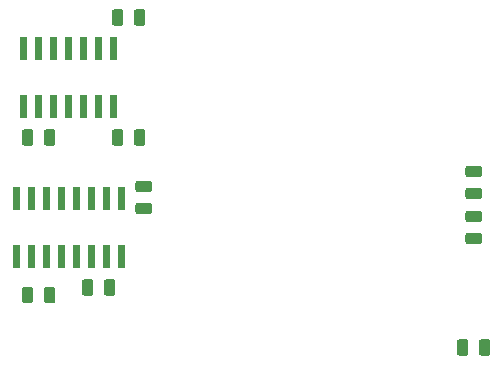
<source format=gbr>
G04 #@! TF.GenerationSoftware,KiCad,Pcbnew,5.1.5+dfsg1-2build2*
G04 #@! TF.CreationDate,2021-11-11T11:20:40+00:00*
G04 #@! TF.ProjectId,PIDController,50494443-6f6e-4747-926f-6c6c65722e6b,rev?*
G04 #@! TF.SameCoordinates,Original*
G04 #@! TF.FileFunction,Paste,Top*
G04 #@! TF.FilePolarity,Positive*
%FSLAX46Y46*%
G04 Gerber Fmt 4.6, Leading zero omitted, Abs format (unit mm)*
G04 Created by KiCad (PCBNEW 5.1.5+dfsg1-2build2) date 2021-11-11 11:20:40*
%MOMM*%
%LPD*%
G04 APERTURE LIST*
%ADD10C,0.100000*%
G04 APERTURE END LIST*
D10*
G36*
X136370142Y-136341174D02*
G01*
X136393803Y-136344684D01*
X136417007Y-136350496D01*
X136439529Y-136358554D01*
X136461153Y-136368782D01*
X136481670Y-136381079D01*
X136500883Y-136395329D01*
X136518607Y-136411393D01*
X136534671Y-136429117D01*
X136548921Y-136448330D01*
X136561218Y-136468847D01*
X136571446Y-136490471D01*
X136579504Y-136512993D01*
X136585316Y-136536197D01*
X136588826Y-136559858D01*
X136590000Y-136583750D01*
X136590000Y-137071250D01*
X136588826Y-137095142D01*
X136585316Y-137118803D01*
X136579504Y-137142007D01*
X136571446Y-137164529D01*
X136561218Y-137186153D01*
X136548921Y-137206670D01*
X136534671Y-137225883D01*
X136518607Y-137243607D01*
X136500883Y-137259671D01*
X136481670Y-137273921D01*
X136461153Y-137286218D01*
X136439529Y-137296446D01*
X136417007Y-137304504D01*
X136393803Y-137310316D01*
X136370142Y-137313826D01*
X136346250Y-137315000D01*
X135433750Y-137315000D01*
X135409858Y-137313826D01*
X135386197Y-137310316D01*
X135362993Y-137304504D01*
X135340471Y-137296446D01*
X135318847Y-137286218D01*
X135298330Y-137273921D01*
X135279117Y-137259671D01*
X135261393Y-137243607D01*
X135245329Y-137225883D01*
X135231079Y-137206670D01*
X135218782Y-137186153D01*
X135208554Y-137164529D01*
X135200496Y-137142007D01*
X135194684Y-137118803D01*
X135191174Y-137095142D01*
X135190000Y-137071250D01*
X135190000Y-136583750D01*
X135191174Y-136559858D01*
X135194684Y-136536197D01*
X135200496Y-136512993D01*
X135208554Y-136490471D01*
X135218782Y-136468847D01*
X135231079Y-136448330D01*
X135245329Y-136429117D01*
X135261393Y-136411393D01*
X135279117Y-136395329D01*
X135298330Y-136381079D01*
X135318847Y-136368782D01*
X135340471Y-136358554D01*
X135362993Y-136350496D01*
X135386197Y-136344684D01*
X135409858Y-136341174D01*
X135433750Y-136340000D01*
X136346250Y-136340000D01*
X136370142Y-136341174D01*
G37*
G36*
X136370142Y-134466174D02*
G01*
X136393803Y-134469684D01*
X136417007Y-134475496D01*
X136439529Y-134483554D01*
X136461153Y-134493782D01*
X136481670Y-134506079D01*
X136500883Y-134520329D01*
X136518607Y-134536393D01*
X136534671Y-134554117D01*
X136548921Y-134573330D01*
X136561218Y-134593847D01*
X136571446Y-134615471D01*
X136579504Y-134637993D01*
X136585316Y-134661197D01*
X136588826Y-134684858D01*
X136590000Y-134708750D01*
X136590000Y-135196250D01*
X136588826Y-135220142D01*
X136585316Y-135243803D01*
X136579504Y-135267007D01*
X136571446Y-135289529D01*
X136561218Y-135311153D01*
X136548921Y-135331670D01*
X136534671Y-135350883D01*
X136518607Y-135368607D01*
X136500883Y-135384671D01*
X136481670Y-135398921D01*
X136461153Y-135411218D01*
X136439529Y-135421446D01*
X136417007Y-135429504D01*
X136393803Y-135435316D01*
X136370142Y-135438826D01*
X136346250Y-135440000D01*
X135433750Y-135440000D01*
X135409858Y-135438826D01*
X135386197Y-135435316D01*
X135362993Y-135429504D01*
X135340471Y-135421446D01*
X135318847Y-135411218D01*
X135298330Y-135398921D01*
X135279117Y-135384671D01*
X135261393Y-135368607D01*
X135245329Y-135350883D01*
X135231079Y-135331670D01*
X135218782Y-135311153D01*
X135208554Y-135289529D01*
X135200496Y-135267007D01*
X135194684Y-135243803D01*
X135191174Y-135220142D01*
X135190000Y-135196250D01*
X135190000Y-134708750D01*
X135191174Y-134684858D01*
X135194684Y-134661197D01*
X135200496Y-134637993D01*
X135208554Y-134615471D01*
X135218782Y-134593847D01*
X135231079Y-134573330D01*
X135245329Y-134554117D01*
X135261393Y-134536393D01*
X135279117Y-134520329D01*
X135298330Y-134506079D01*
X135318847Y-134493782D01*
X135340471Y-134483554D01*
X135362993Y-134475496D01*
X135386197Y-134469684D01*
X135409858Y-134466174D01*
X135433750Y-134465000D01*
X136346250Y-134465000D01*
X136370142Y-134466174D01*
G37*
G36*
X125357117Y-139920202D02*
G01*
X125361194Y-139920807D01*
X125365192Y-139921809D01*
X125369073Y-139923197D01*
X125372799Y-139924959D01*
X125376334Y-139927078D01*
X125379645Y-139929534D01*
X125382698Y-139932302D01*
X125385466Y-139935355D01*
X125387922Y-139938666D01*
X125390041Y-139942201D01*
X125391803Y-139945927D01*
X125393191Y-139949808D01*
X125394193Y-139953806D01*
X125394798Y-139957883D01*
X125395000Y-139962000D01*
X125395000Y-141848000D01*
X125394798Y-141852117D01*
X125394193Y-141856194D01*
X125393191Y-141860192D01*
X125391803Y-141864073D01*
X125390041Y-141867799D01*
X125387922Y-141871334D01*
X125385466Y-141874645D01*
X125382698Y-141877698D01*
X125379645Y-141880466D01*
X125376334Y-141882922D01*
X125372799Y-141885041D01*
X125369073Y-141886803D01*
X125365192Y-141888191D01*
X125361194Y-141889193D01*
X125357117Y-141889798D01*
X125353000Y-141890000D01*
X124837000Y-141890000D01*
X124832883Y-141889798D01*
X124828806Y-141889193D01*
X124824808Y-141888191D01*
X124820927Y-141886803D01*
X124817201Y-141885041D01*
X124813666Y-141882922D01*
X124810355Y-141880466D01*
X124807302Y-141877698D01*
X124804534Y-141874645D01*
X124802078Y-141871334D01*
X124799959Y-141867799D01*
X124798197Y-141864073D01*
X124796809Y-141860192D01*
X124795807Y-141856194D01*
X124795202Y-141852117D01*
X124795000Y-141848000D01*
X124795000Y-139962000D01*
X124795202Y-139957883D01*
X124795807Y-139953806D01*
X124796809Y-139949808D01*
X124798197Y-139945927D01*
X124799959Y-139942201D01*
X124802078Y-139938666D01*
X124804534Y-139935355D01*
X124807302Y-139932302D01*
X124810355Y-139929534D01*
X124813666Y-139927078D01*
X124817201Y-139924959D01*
X124820927Y-139923197D01*
X124824808Y-139921809D01*
X124828806Y-139920807D01*
X124832883Y-139920202D01*
X124837000Y-139920000D01*
X125353000Y-139920000D01*
X125357117Y-139920202D01*
G37*
G36*
X126627117Y-139920202D02*
G01*
X126631194Y-139920807D01*
X126635192Y-139921809D01*
X126639073Y-139923197D01*
X126642799Y-139924959D01*
X126646334Y-139927078D01*
X126649645Y-139929534D01*
X126652698Y-139932302D01*
X126655466Y-139935355D01*
X126657922Y-139938666D01*
X126660041Y-139942201D01*
X126661803Y-139945927D01*
X126663191Y-139949808D01*
X126664193Y-139953806D01*
X126664798Y-139957883D01*
X126665000Y-139962000D01*
X126665000Y-141848000D01*
X126664798Y-141852117D01*
X126664193Y-141856194D01*
X126663191Y-141860192D01*
X126661803Y-141864073D01*
X126660041Y-141867799D01*
X126657922Y-141871334D01*
X126655466Y-141874645D01*
X126652698Y-141877698D01*
X126649645Y-141880466D01*
X126646334Y-141882922D01*
X126642799Y-141885041D01*
X126639073Y-141886803D01*
X126635192Y-141888191D01*
X126631194Y-141889193D01*
X126627117Y-141889798D01*
X126623000Y-141890000D01*
X126107000Y-141890000D01*
X126102883Y-141889798D01*
X126098806Y-141889193D01*
X126094808Y-141888191D01*
X126090927Y-141886803D01*
X126087201Y-141885041D01*
X126083666Y-141882922D01*
X126080355Y-141880466D01*
X126077302Y-141877698D01*
X126074534Y-141874645D01*
X126072078Y-141871334D01*
X126069959Y-141867799D01*
X126068197Y-141864073D01*
X126066809Y-141860192D01*
X126065807Y-141856194D01*
X126065202Y-141852117D01*
X126065000Y-141848000D01*
X126065000Y-139962000D01*
X126065202Y-139957883D01*
X126065807Y-139953806D01*
X126066809Y-139949808D01*
X126068197Y-139945927D01*
X126069959Y-139942201D01*
X126072078Y-139938666D01*
X126074534Y-139935355D01*
X126077302Y-139932302D01*
X126080355Y-139929534D01*
X126083666Y-139927078D01*
X126087201Y-139924959D01*
X126090927Y-139923197D01*
X126094808Y-139921809D01*
X126098806Y-139920807D01*
X126102883Y-139920202D01*
X126107000Y-139920000D01*
X126623000Y-139920000D01*
X126627117Y-139920202D01*
G37*
G36*
X127897117Y-139920202D02*
G01*
X127901194Y-139920807D01*
X127905192Y-139921809D01*
X127909073Y-139923197D01*
X127912799Y-139924959D01*
X127916334Y-139927078D01*
X127919645Y-139929534D01*
X127922698Y-139932302D01*
X127925466Y-139935355D01*
X127927922Y-139938666D01*
X127930041Y-139942201D01*
X127931803Y-139945927D01*
X127933191Y-139949808D01*
X127934193Y-139953806D01*
X127934798Y-139957883D01*
X127935000Y-139962000D01*
X127935000Y-141848000D01*
X127934798Y-141852117D01*
X127934193Y-141856194D01*
X127933191Y-141860192D01*
X127931803Y-141864073D01*
X127930041Y-141867799D01*
X127927922Y-141871334D01*
X127925466Y-141874645D01*
X127922698Y-141877698D01*
X127919645Y-141880466D01*
X127916334Y-141882922D01*
X127912799Y-141885041D01*
X127909073Y-141886803D01*
X127905192Y-141888191D01*
X127901194Y-141889193D01*
X127897117Y-141889798D01*
X127893000Y-141890000D01*
X127377000Y-141890000D01*
X127372883Y-141889798D01*
X127368806Y-141889193D01*
X127364808Y-141888191D01*
X127360927Y-141886803D01*
X127357201Y-141885041D01*
X127353666Y-141882922D01*
X127350355Y-141880466D01*
X127347302Y-141877698D01*
X127344534Y-141874645D01*
X127342078Y-141871334D01*
X127339959Y-141867799D01*
X127338197Y-141864073D01*
X127336809Y-141860192D01*
X127335807Y-141856194D01*
X127335202Y-141852117D01*
X127335000Y-141848000D01*
X127335000Y-139962000D01*
X127335202Y-139957883D01*
X127335807Y-139953806D01*
X127336809Y-139949808D01*
X127338197Y-139945927D01*
X127339959Y-139942201D01*
X127342078Y-139938666D01*
X127344534Y-139935355D01*
X127347302Y-139932302D01*
X127350355Y-139929534D01*
X127353666Y-139927078D01*
X127357201Y-139924959D01*
X127360927Y-139923197D01*
X127364808Y-139921809D01*
X127368806Y-139920807D01*
X127372883Y-139920202D01*
X127377000Y-139920000D01*
X127893000Y-139920000D01*
X127897117Y-139920202D01*
G37*
G36*
X129167117Y-139920202D02*
G01*
X129171194Y-139920807D01*
X129175192Y-139921809D01*
X129179073Y-139923197D01*
X129182799Y-139924959D01*
X129186334Y-139927078D01*
X129189645Y-139929534D01*
X129192698Y-139932302D01*
X129195466Y-139935355D01*
X129197922Y-139938666D01*
X129200041Y-139942201D01*
X129201803Y-139945927D01*
X129203191Y-139949808D01*
X129204193Y-139953806D01*
X129204798Y-139957883D01*
X129205000Y-139962000D01*
X129205000Y-141848000D01*
X129204798Y-141852117D01*
X129204193Y-141856194D01*
X129203191Y-141860192D01*
X129201803Y-141864073D01*
X129200041Y-141867799D01*
X129197922Y-141871334D01*
X129195466Y-141874645D01*
X129192698Y-141877698D01*
X129189645Y-141880466D01*
X129186334Y-141882922D01*
X129182799Y-141885041D01*
X129179073Y-141886803D01*
X129175192Y-141888191D01*
X129171194Y-141889193D01*
X129167117Y-141889798D01*
X129163000Y-141890000D01*
X128647000Y-141890000D01*
X128642883Y-141889798D01*
X128638806Y-141889193D01*
X128634808Y-141888191D01*
X128630927Y-141886803D01*
X128627201Y-141885041D01*
X128623666Y-141882922D01*
X128620355Y-141880466D01*
X128617302Y-141877698D01*
X128614534Y-141874645D01*
X128612078Y-141871334D01*
X128609959Y-141867799D01*
X128608197Y-141864073D01*
X128606809Y-141860192D01*
X128605807Y-141856194D01*
X128605202Y-141852117D01*
X128605000Y-141848000D01*
X128605000Y-139962000D01*
X128605202Y-139957883D01*
X128605807Y-139953806D01*
X128606809Y-139949808D01*
X128608197Y-139945927D01*
X128609959Y-139942201D01*
X128612078Y-139938666D01*
X128614534Y-139935355D01*
X128617302Y-139932302D01*
X128620355Y-139929534D01*
X128623666Y-139927078D01*
X128627201Y-139924959D01*
X128630927Y-139923197D01*
X128634808Y-139921809D01*
X128638806Y-139920807D01*
X128642883Y-139920202D01*
X128647000Y-139920000D01*
X129163000Y-139920000D01*
X129167117Y-139920202D01*
G37*
G36*
X130437117Y-139920202D02*
G01*
X130441194Y-139920807D01*
X130445192Y-139921809D01*
X130449073Y-139923197D01*
X130452799Y-139924959D01*
X130456334Y-139927078D01*
X130459645Y-139929534D01*
X130462698Y-139932302D01*
X130465466Y-139935355D01*
X130467922Y-139938666D01*
X130470041Y-139942201D01*
X130471803Y-139945927D01*
X130473191Y-139949808D01*
X130474193Y-139953806D01*
X130474798Y-139957883D01*
X130475000Y-139962000D01*
X130475000Y-141848000D01*
X130474798Y-141852117D01*
X130474193Y-141856194D01*
X130473191Y-141860192D01*
X130471803Y-141864073D01*
X130470041Y-141867799D01*
X130467922Y-141871334D01*
X130465466Y-141874645D01*
X130462698Y-141877698D01*
X130459645Y-141880466D01*
X130456334Y-141882922D01*
X130452799Y-141885041D01*
X130449073Y-141886803D01*
X130445192Y-141888191D01*
X130441194Y-141889193D01*
X130437117Y-141889798D01*
X130433000Y-141890000D01*
X129917000Y-141890000D01*
X129912883Y-141889798D01*
X129908806Y-141889193D01*
X129904808Y-141888191D01*
X129900927Y-141886803D01*
X129897201Y-141885041D01*
X129893666Y-141882922D01*
X129890355Y-141880466D01*
X129887302Y-141877698D01*
X129884534Y-141874645D01*
X129882078Y-141871334D01*
X129879959Y-141867799D01*
X129878197Y-141864073D01*
X129876809Y-141860192D01*
X129875807Y-141856194D01*
X129875202Y-141852117D01*
X129875000Y-141848000D01*
X129875000Y-139962000D01*
X129875202Y-139957883D01*
X129875807Y-139953806D01*
X129876809Y-139949808D01*
X129878197Y-139945927D01*
X129879959Y-139942201D01*
X129882078Y-139938666D01*
X129884534Y-139935355D01*
X129887302Y-139932302D01*
X129890355Y-139929534D01*
X129893666Y-139927078D01*
X129897201Y-139924959D01*
X129900927Y-139923197D01*
X129904808Y-139921809D01*
X129908806Y-139920807D01*
X129912883Y-139920202D01*
X129917000Y-139920000D01*
X130433000Y-139920000D01*
X130437117Y-139920202D01*
G37*
G36*
X131707117Y-139920202D02*
G01*
X131711194Y-139920807D01*
X131715192Y-139921809D01*
X131719073Y-139923197D01*
X131722799Y-139924959D01*
X131726334Y-139927078D01*
X131729645Y-139929534D01*
X131732698Y-139932302D01*
X131735466Y-139935355D01*
X131737922Y-139938666D01*
X131740041Y-139942201D01*
X131741803Y-139945927D01*
X131743191Y-139949808D01*
X131744193Y-139953806D01*
X131744798Y-139957883D01*
X131745000Y-139962000D01*
X131745000Y-141848000D01*
X131744798Y-141852117D01*
X131744193Y-141856194D01*
X131743191Y-141860192D01*
X131741803Y-141864073D01*
X131740041Y-141867799D01*
X131737922Y-141871334D01*
X131735466Y-141874645D01*
X131732698Y-141877698D01*
X131729645Y-141880466D01*
X131726334Y-141882922D01*
X131722799Y-141885041D01*
X131719073Y-141886803D01*
X131715192Y-141888191D01*
X131711194Y-141889193D01*
X131707117Y-141889798D01*
X131703000Y-141890000D01*
X131187000Y-141890000D01*
X131182883Y-141889798D01*
X131178806Y-141889193D01*
X131174808Y-141888191D01*
X131170927Y-141886803D01*
X131167201Y-141885041D01*
X131163666Y-141882922D01*
X131160355Y-141880466D01*
X131157302Y-141877698D01*
X131154534Y-141874645D01*
X131152078Y-141871334D01*
X131149959Y-141867799D01*
X131148197Y-141864073D01*
X131146809Y-141860192D01*
X131145807Y-141856194D01*
X131145202Y-141852117D01*
X131145000Y-141848000D01*
X131145000Y-139962000D01*
X131145202Y-139957883D01*
X131145807Y-139953806D01*
X131146809Y-139949808D01*
X131148197Y-139945927D01*
X131149959Y-139942201D01*
X131152078Y-139938666D01*
X131154534Y-139935355D01*
X131157302Y-139932302D01*
X131160355Y-139929534D01*
X131163666Y-139927078D01*
X131167201Y-139924959D01*
X131170927Y-139923197D01*
X131174808Y-139921809D01*
X131178806Y-139920807D01*
X131182883Y-139920202D01*
X131187000Y-139920000D01*
X131703000Y-139920000D01*
X131707117Y-139920202D01*
G37*
G36*
X132977117Y-139920202D02*
G01*
X132981194Y-139920807D01*
X132985192Y-139921809D01*
X132989073Y-139923197D01*
X132992799Y-139924959D01*
X132996334Y-139927078D01*
X132999645Y-139929534D01*
X133002698Y-139932302D01*
X133005466Y-139935355D01*
X133007922Y-139938666D01*
X133010041Y-139942201D01*
X133011803Y-139945927D01*
X133013191Y-139949808D01*
X133014193Y-139953806D01*
X133014798Y-139957883D01*
X133015000Y-139962000D01*
X133015000Y-141848000D01*
X133014798Y-141852117D01*
X133014193Y-141856194D01*
X133013191Y-141860192D01*
X133011803Y-141864073D01*
X133010041Y-141867799D01*
X133007922Y-141871334D01*
X133005466Y-141874645D01*
X133002698Y-141877698D01*
X132999645Y-141880466D01*
X132996334Y-141882922D01*
X132992799Y-141885041D01*
X132989073Y-141886803D01*
X132985192Y-141888191D01*
X132981194Y-141889193D01*
X132977117Y-141889798D01*
X132973000Y-141890000D01*
X132457000Y-141890000D01*
X132452883Y-141889798D01*
X132448806Y-141889193D01*
X132444808Y-141888191D01*
X132440927Y-141886803D01*
X132437201Y-141885041D01*
X132433666Y-141882922D01*
X132430355Y-141880466D01*
X132427302Y-141877698D01*
X132424534Y-141874645D01*
X132422078Y-141871334D01*
X132419959Y-141867799D01*
X132418197Y-141864073D01*
X132416809Y-141860192D01*
X132415807Y-141856194D01*
X132415202Y-141852117D01*
X132415000Y-141848000D01*
X132415000Y-139962000D01*
X132415202Y-139957883D01*
X132415807Y-139953806D01*
X132416809Y-139949808D01*
X132418197Y-139945927D01*
X132419959Y-139942201D01*
X132422078Y-139938666D01*
X132424534Y-139935355D01*
X132427302Y-139932302D01*
X132430355Y-139929534D01*
X132433666Y-139927078D01*
X132437201Y-139924959D01*
X132440927Y-139923197D01*
X132444808Y-139921809D01*
X132448806Y-139920807D01*
X132452883Y-139920202D01*
X132457000Y-139920000D01*
X132973000Y-139920000D01*
X132977117Y-139920202D01*
G37*
G36*
X134247117Y-139920202D02*
G01*
X134251194Y-139920807D01*
X134255192Y-139921809D01*
X134259073Y-139923197D01*
X134262799Y-139924959D01*
X134266334Y-139927078D01*
X134269645Y-139929534D01*
X134272698Y-139932302D01*
X134275466Y-139935355D01*
X134277922Y-139938666D01*
X134280041Y-139942201D01*
X134281803Y-139945927D01*
X134283191Y-139949808D01*
X134284193Y-139953806D01*
X134284798Y-139957883D01*
X134285000Y-139962000D01*
X134285000Y-141848000D01*
X134284798Y-141852117D01*
X134284193Y-141856194D01*
X134283191Y-141860192D01*
X134281803Y-141864073D01*
X134280041Y-141867799D01*
X134277922Y-141871334D01*
X134275466Y-141874645D01*
X134272698Y-141877698D01*
X134269645Y-141880466D01*
X134266334Y-141882922D01*
X134262799Y-141885041D01*
X134259073Y-141886803D01*
X134255192Y-141888191D01*
X134251194Y-141889193D01*
X134247117Y-141889798D01*
X134243000Y-141890000D01*
X133727000Y-141890000D01*
X133722883Y-141889798D01*
X133718806Y-141889193D01*
X133714808Y-141888191D01*
X133710927Y-141886803D01*
X133707201Y-141885041D01*
X133703666Y-141882922D01*
X133700355Y-141880466D01*
X133697302Y-141877698D01*
X133694534Y-141874645D01*
X133692078Y-141871334D01*
X133689959Y-141867799D01*
X133688197Y-141864073D01*
X133686809Y-141860192D01*
X133685807Y-141856194D01*
X133685202Y-141852117D01*
X133685000Y-141848000D01*
X133685000Y-139962000D01*
X133685202Y-139957883D01*
X133685807Y-139953806D01*
X133686809Y-139949808D01*
X133688197Y-139945927D01*
X133689959Y-139942201D01*
X133692078Y-139938666D01*
X133694534Y-139935355D01*
X133697302Y-139932302D01*
X133700355Y-139929534D01*
X133703666Y-139927078D01*
X133707201Y-139924959D01*
X133710927Y-139923197D01*
X133714808Y-139921809D01*
X133718806Y-139920807D01*
X133722883Y-139920202D01*
X133727000Y-139920000D01*
X134243000Y-139920000D01*
X134247117Y-139920202D01*
G37*
G36*
X134247117Y-134970202D02*
G01*
X134251194Y-134970807D01*
X134255192Y-134971809D01*
X134259073Y-134973197D01*
X134262799Y-134974959D01*
X134266334Y-134977078D01*
X134269645Y-134979534D01*
X134272698Y-134982302D01*
X134275466Y-134985355D01*
X134277922Y-134988666D01*
X134280041Y-134992201D01*
X134281803Y-134995927D01*
X134283191Y-134999808D01*
X134284193Y-135003806D01*
X134284798Y-135007883D01*
X134285000Y-135012000D01*
X134285000Y-136898000D01*
X134284798Y-136902117D01*
X134284193Y-136906194D01*
X134283191Y-136910192D01*
X134281803Y-136914073D01*
X134280041Y-136917799D01*
X134277922Y-136921334D01*
X134275466Y-136924645D01*
X134272698Y-136927698D01*
X134269645Y-136930466D01*
X134266334Y-136932922D01*
X134262799Y-136935041D01*
X134259073Y-136936803D01*
X134255192Y-136938191D01*
X134251194Y-136939193D01*
X134247117Y-136939798D01*
X134243000Y-136940000D01*
X133727000Y-136940000D01*
X133722883Y-136939798D01*
X133718806Y-136939193D01*
X133714808Y-136938191D01*
X133710927Y-136936803D01*
X133707201Y-136935041D01*
X133703666Y-136932922D01*
X133700355Y-136930466D01*
X133697302Y-136927698D01*
X133694534Y-136924645D01*
X133692078Y-136921334D01*
X133689959Y-136917799D01*
X133688197Y-136914073D01*
X133686809Y-136910192D01*
X133685807Y-136906194D01*
X133685202Y-136902117D01*
X133685000Y-136898000D01*
X133685000Y-135012000D01*
X133685202Y-135007883D01*
X133685807Y-135003806D01*
X133686809Y-134999808D01*
X133688197Y-134995927D01*
X133689959Y-134992201D01*
X133692078Y-134988666D01*
X133694534Y-134985355D01*
X133697302Y-134982302D01*
X133700355Y-134979534D01*
X133703666Y-134977078D01*
X133707201Y-134974959D01*
X133710927Y-134973197D01*
X133714808Y-134971809D01*
X133718806Y-134970807D01*
X133722883Y-134970202D01*
X133727000Y-134970000D01*
X134243000Y-134970000D01*
X134247117Y-134970202D01*
G37*
G36*
X132977117Y-134970202D02*
G01*
X132981194Y-134970807D01*
X132985192Y-134971809D01*
X132989073Y-134973197D01*
X132992799Y-134974959D01*
X132996334Y-134977078D01*
X132999645Y-134979534D01*
X133002698Y-134982302D01*
X133005466Y-134985355D01*
X133007922Y-134988666D01*
X133010041Y-134992201D01*
X133011803Y-134995927D01*
X133013191Y-134999808D01*
X133014193Y-135003806D01*
X133014798Y-135007883D01*
X133015000Y-135012000D01*
X133015000Y-136898000D01*
X133014798Y-136902117D01*
X133014193Y-136906194D01*
X133013191Y-136910192D01*
X133011803Y-136914073D01*
X133010041Y-136917799D01*
X133007922Y-136921334D01*
X133005466Y-136924645D01*
X133002698Y-136927698D01*
X132999645Y-136930466D01*
X132996334Y-136932922D01*
X132992799Y-136935041D01*
X132989073Y-136936803D01*
X132985192Y-136938191D01*
X132981194Y-136939193D01*
X132977117Y-136939798D01*
X132973000Y-136940000D01*
X132457000Y-136940000D01*
X132452883Y-136939798D01*
X132448806Y-136939193D01*
X132444808Y-136938191D01*
X132440927Y-136936803D01*
X132437201Y-136935041D01*
X132433666Y-136932922D01*
X132430355Y-136930466D01*
X132427302Y-136927698D01*
X132424534Y-136924645D01*
X132422078Y-136921334D01*
X132419959Y-136917799D01*
X132418197Y-136914073D01*
X132416809Y-136910192D01*
X132415807Y-136906194D01*
X132415202Y-136902117D01*
X132415000Y-136898000D01*
X132415000Y-135012000D01*
X132415202Y-135007883D01*
X132415807Y-135003806D01*
X132416809Y-134999808D01*
X132418197Y-134995927D01*
X132419959Y-134992201D01*
X132422078Y-134988666D01*
X132424534Y-134985355D01*
X132427302Y-134982302D01*
X132430355Y-134979534D01*
X132433666Y-134977078D01*
X132437201Y-134974959D01*
X132440927Y-134973197D01*
X132444808Y-134971809D01*
X132448806Y-134970807D01*
X132452883Y-134970202D01*
X132457000Y-134970000D01*
X132973000Y-134970000D01*
X132977117Y-134970202D01*
G37*
G36*
X131707117Y-134970202D02*
G01*
X131711194Y-134970807D01*
X131715192Y-134971809D01*
X131719073Y-134973197D01*
X131722799Y-134974959D01*
X131726334Y-134977078D01*
X131729645Y-134979534D01*
X131732698Y-134982302D01*
X131735466Y-134985355D01*
X131737922Y-134988666D01*
X131740041Y-134992201D01*
X131741803Y-134995927D01*
X131743191Y-134999808D01*
X131744193Y-135003806D01*
X131744798Y-135007883D01*
X131745000Y-135012000D01*
X131745000Y-136898000D01*
X131744798Y-136902117D01*
X131744193Y-136906194D01*
X131743191Y-136910192D01*
X131741803Y-136914073D01*
X131740041Y-136917799D01*
X131737922Y-136921334D01*
X131735466Y-136924645D01*
X131732698Y-136927698D01*
X131729645Y-136930466D01*
X131726334Y-136932922D01*
X131722799Y-136935041D01*
X131719073Y-136936803D01*
X131715192Y-136938191D01*
X131711194Y-136939193D01*
X131707117Y-136939798D01*
X131703000Y-136940000D01*
X131187000Y-136940000D01*
X131182883Y-136939798D01*
X131178806Y-136939193D01*
X131174808Y-136938191D01*
X131170927Y-136936803D01*
X131167201Y-136935041D01*
X131163666Y-136932922D01*
X131160355Y-136930466D01*
X131157302Y-136927698D01*
X131154534Y-136924645D01*
X131152078Y-136921334D01*
X131149959Y-136917799D01*
X131148197Y-136914073D01*
X131146809Y-136910192D01*
X131145807Y-136906194D01*
X131145202Y-136902117D01*
X131145000Y-136898000D01*
X131145000Y-135012000D01*
X131145202Y-135007883D01*
X131145807Y-135003806D01*
X131146809Y-134999808D01*
X131148197Y-134995927D01*
X131149959Y-134992201D01*
X131152078Y-134988666D01*
X131154534Y-134985355D01*
X131157302Y-134982302D01*
X131160355Y-134979534D01*
X131163666Y-134977078D01*
X131167201Y-134974959D01*
X131170927Y-134973197D01*
X131174808Y-134971809D01*
X131178806Y-134970807D01*
X131182883Y-134970202D01*
X131187000Y-134970000D01*
X131703000Y-134970000D01*
X131707117Y-134970202D01*
G37*
G36*
X130437117Y-134970202D02*
G01*
X130441194Y-134970807D01*
X130445192Y-134971809D01*
X130449073Y-134973197D01*
X130452799Y-134974959D01*
X130456334Y-134977078D01*
X130459645Y-134979534D01*
X130462698Y-134982302D01*
X130465466Y-134985355D01*
X130467922Y-134988666D01*
X130470041Y-134992201D01*
X130471803Y-134995927D01*
X130473191Y-134999808D01*
X130474193Y-135003806D01*
X130474798Y-135007883D01*
X130475000Y-135012000D01*
X130475000Y-136898000D01*
X130474798Y-136902117D01*
X130474193Y-136906194D01*
X130473191Y-136910192D01*
X130471803Y-136914073D01*
X130470041Y-136917799D01*
X130467922Y-136921334D01*
X130465466Y-136924645D01*
X130462698Y-136927698D01*
X130459645Y-136930466D01*
X130456334Y-136932922D01*
X130452799Y-136935041D01*
X130449073Y-136936803D01*
X130445192Y-136938191D01*
X130441194Y-136939193D01*
X130437117Y-136939798D01*
X130433000Y-136940000D01*
X129917000Y-136940000D01*
X129912883Y-136939798D01*
X129908806Y-136939193D01*
X129904808Y-136938191D01*
X129900927Y-136936803D01*
X129897201Y-136935041D01*
X129893666Y-136932922D01*
X129890355Y-136930466D01*
X129887302Y-136927698D01*
X129884534Y-136924645D01*
X129882078Y-136921334D01*
X129879959Y-136917799D01*
X129878197Y-136914073D01*
X129876809Y-136910192D01*
X129875807Y-136906194D01*
X129875202Y-136902117D01*
X129875000Y-136898000D01*
X129875000Y-135012000D01*
X129875202Y-135007883D01*
X129875807Y-135003806D01*
X129876809Y-134999808D01*
X129878197Y-134995927D01*
X129879959Y-134992201D01*
X129882078Y-134988666D01*
X129884534Y-134985355D01*
X129887302Y-134982302D01*
X129890355Y-134979534D01*
X129893666Y-134977078D01*
X129897201Y-134974959D01*
X129900927Y-134973197D01*
X129904808Y-134971809D01*
X129908806Y-134970807D01*
X129912883Y-134970202D01*
X129917000Y-134970000D01*
X130433000Y-134970000D01*
X130437117Y-134970202D01*
G37*
G36*
X129167117Y-134970202D02*
G01*
X129171194Y-134970807D01*
X129175192Y-134971809D01*
X129179073Y-134973197D01*
X129182799Y-134974959D01*
X129186334Y-134977078D01*
X129189645Y-134979534D01*
X129192698Y-134982302D01*
X129195466Y-134985355D01*
X129197922Y-134988666D01*
X129200041Y-134992201D01*
X129201803Y-134995927D01*
X129203191Y-134999808D01*
X129204193Y-135003806D01*
X129204798Y-135007883D01*
X129205000Y-135012000D01*
X129205000Y-136898000D01*
X129204798Y-136902117D01*
X129204193Y-136906194D01*
X129203191Y-136910192D01*
X129201803Y-136914073D01*
X129200041Y-136917799D01*
X129197922Y-136921334D01*
X129195466Y-136924645D01*
X129192698Y-136927698D01*
X129189645Y-136930466D01*
X129186334Y-136932922D01*
X129182799Y-136935041D01*
X129179073Y-136936803D01*
X129175192Y-136938191D01*
X129171194Y-136939193D01*
X129167117Y-136939798D01*
X129163000Y-136940000D01*
X128647000Y-136940000D01*
X128642883Y-136939798D01*
X128638806Y-136939193D01*
X128634808Y-136938191D01*
X128630927Y-136936803D01*
X128627201Y-136935041D01*
X128623666Y-136932922D01*
X128620355Y-136930466D01*
X128617302Y-136927698D01*
X128614534Y-136924645D01*
X128612078Y-136921334D01*
X128609959Y-136917799D01*
X128608197Y-136914073D01*
X128606809Y-136910192D01*
X128605807Y-136906194D01*
X128605202Y-136902117D01*
X128605000Y-136898000D01*
X128605000Y-135012000D01*
X128605202Y-135007883D01*
X128605807Y-135003806D01*
X128606809Y-134999808D01*
X128608197Y-134995927D01*
X128609959Y-134992201D01*
X128612078Y-134988666D01*
X128614534Y-134985355D01*
X128617302Y-134982302D01*
X128620355Y-134979534D01*
X128623666Y-134977078D01*
X128627201Y-134974959D01*
X128630927Y-134973197D01*
X128634808Y-134971809D01*
X128638806Y-134970807D01*
X128642883Y-134970202D01*
X128647000Y-134970000D01*
X129163000Y-134970000D01*
X129167117Y-134970202D01*
G37*
G36*
X127897117Y-134970202D02*
G01*
X127901194Y-134970807D01*
X127905192Y-134971809D01*
X127909073Y-134973197D01*
X127912799Y-134974959D01*
X127916334Y-134977078D01*
X127919645Y-134979534D01*
X127922698Y-134982302D01*
X127925466Y-134985355D01*
X127927922Y-134988666D01*
X127930041Y-134992201D01*
X127931803Y-134995927D01*
X127933191Y-134999808D01*
X127934193Y-135003806D01*
X127934798Y-135007883D01*
X127935000Y-135012000D01*
X127935000Y-136898000D01*
X127934798Y-136902117D01*
X127934193Y-136906194D01*
X127933191Y-136910192D01*
X127931803Y-136914073D01*
X127930041Y-136917799D01*
X127927922Y-136921334D01*
X127925466Y-136924645D01*
X127922698Y-136927698D01*
X127919645Y-136930466D01*
X127916334Y-136932922D01*
X127912799Y-136935041D01*
X127909073Y-136936803D01*
X127905192Y-136938191D01*
X127901194Y-136939193D01*
X127897117Y-136939798D01*
X127893000Y-136940000D01*
X127377000Y-136940000D01*
X127372883Y-136939798D01*
X127368806Y-136939193D01*
X127364808Y-136938191D01*
X127360927Y-136936803D01*
X127357201Y-136935041D01*
X127353666Y-136932922D01*
X127350355Y-136930466D01*
X127347302Y-136927698D01*
X127344534Y-136924645D01*
X127342078Y-136921334D01*
X127339959Y-136917799D01*
X127338197Y-136914073D01*
X127336809Y-136910192D01*
X127335807Y-136906194D01*
X127335202Y-136902117D01*
X127335000Y-136898000D01*
X127335000Y-135012000D01*
X127335202Y-135007883D01*
X127335807Y-135003806D01*
X127336809Y-134999808D01*
X127338197Y-134995927D01*
X127339959Y-134992201D01*
X127342078Y-134988666D01*
X127344534Y-134985355D01*
X127347302Y-134982302D01*
X127350355Y-134979534D01*
X127353666Y-134977078D01*
X127357201Y-134974959D01*
X127360927Y-134973197D01*
X127364808Y-134971809D01*
X127368806Y-134970807D01*
X127372883Y-134970202D01*
X127377000Y-134970000D01*
X127893000Y-134970000D01*
X127897117Y-134970202D01*
G37*
G36*
X126627117Y-134970202D02*
G01*
X126631194Y-134970807D01*
X126635192Y-134971809D01*
X126639073Y-134973197D01*
X126642799Y-134974959D01*
X126646334Y-134977078D01*
X126649645Y-134979534D01*
X126652698Y-134982302D01*
X126655466Y-134985355D01*
X126657922Y-134988666D01*
X126660041Y-134992201D01*
X126661803Y-134995927D01*
X126663191Y-134999808D01*
X126664193Y-135003806D01*
X126664798Y-135007883D01*
X126665000Y-135012000D01*
X126665000Y-136898000D01*
X126664798Y-136902117D01*
X126664193Y-136906194D01*
X126663191Y-136910192D01*
X126661803Y-136914073D01*
X126660041Y-136917799D01*
X126657922Y-136921334D01*
X126655466Y-136924645D01*
X126652698Y-136927698D01*
X126649645Y-136930466D01*
X126646334Y-136932922D01*
X126642799Y-136935041D01*
X126639073Y-136936803D01*
X126635192Y-136938191D01*
X126631194Y-136939193D01*
X126627117Y-136939798D01*
X126623000Y-136940000D01*
X126107000Y-136940000D01*
X126102883Y-136939798D01*
X126098806Y-136939193D01*
X126094808Y-136938191D01*
X126090927Y-136936803D01*
X126087201Y-136935041D01*
X126083666Y-136932922D01*
X126080355Y-136930466D01*
X126077302Y-136927698D01*
X126074534Y-136924645D01*
X126072078Y-136921334D01*
X126069959Y-136917799D01*
X126068197Y-136914073D01*
X126066809Y-136910192D01*
X126065807Y-136906194D01*
X126065202Y-136902117D01*
X126065000Y-136898000D01*
X126065000Y-135012000D01*
X126065202Y-135007883D01*
X126065807Y-135003806D01*
X126066809Y-134999808D01*
X126068197Y-134995927D01*
X126069959Y-134992201D01*
X126072078Y-134988666D01*
X126074534Y-134985355D01*
X126077302Y-134982302D01*
X126080355Y-134979534D01*
X126083666Y-134977078D01*
X126087201Y-134974959D01*
X126090927Y-134973197D01*
X126094808Y-134971809D01*
X126098806Y-134970807D01*
X126102883Y-134970202D01*
X126107000Y-134970000D01*
X126623000Y-134970000D01*
X126627117Y-134970202D01*
G37*
G36*
X125357117Y-134970202D02*
G01*
X125361194Y-134970807D01*
X125365192Y-134971809D01*
X125369073Y-134973197D01*
X125372799Y-134974959D01*
X125376334Y-134977078D01*
X125379645Y-134979534D01*
X125382698Y-134982302D01*
X125385466Y-134985355D01*
X125387922Y-134988666D01*
X125390041Y-134992201D01*
X125391803Y-134995927D01*
X125393191Y-134999808D01*
X125394193Y-135003806D01*
X125394798Y-135007883D01*
X125395000Y-135012000D01*
X125395000Y-136898000D01*
X125394798Y-136902117D01*
X125394193Y-136906194D01*
X125393191Y-136910192D01*
X125391803Y-136914073D01*
X125390041Y-136917799D01*
X125387922Y-136921334D01*
X125385466Y-136924645D01*
X125382698Y-136927698D01*
X125379645Y-136930466D01*
X125376334Y-136932922D01*
X125372799Y-136935041D01*
X125369073Y-136936803D01*
X125365192Y-136938191D01*
X125361194Y-136939193D01*
X125357117Y-136939798D01*
X125353000Y-136940000D01*
X124837000Y-136940000D01*
X124832883Y-136939798D01*
X124828806Y-136939193D01*
X124824808Y-136938191D01*
X124820927Y-136936803D01*
X124817201Y-136935041D01*
X124813666Y-136932922D01*
X124810355Y-136930466D01*
X124807302Y-136927698D01*
X124804534Y-136924645D01*
X124802078Y-136921334D01*
X124799959Y-136917799D01*
X124798197Y-136914073D01*
X124796809Y-136910192D01*
X124795807Y-136906194D01*
X124795202Y-136902117D01*
X124795000Y-136898000D01*
X124795000Y-135012000D01*
X124795202Y-135007883D01*
X124795807Y-135003806D01*
X124796809Y-134999808D01*
X124798197Y-134995927D01*
X124799959Y-134992201D01*
X124802078Y-134988666D01*
X124804534Y-134985355D01*
X124807302Y-134982302D01*
X124810355Y-134979534D01*
X124813666Y-134977078D01*
X124817201Y-134974959D01*
X124820927Y-134973197D01*
X124824808Y-134971809D01*
X124828806Y-134970807D01*
X124832883Y-134970202D01*
X124837000Y-134970000D01*
X125353000Y-134970000D01*
X125357117Y-134970202D01*
G37*
G36*
X133568822Y-122270433D02*
G01*
X133577558Y-122271729D01*
X133586126Y-122273875D01*
X133594442Y-122276851D01*
X133602426Y-122280627D01*
X133610001Y-122285168D01*
X133617095Y-122290429D01*
X133623640Y-122296360D01*
X133629571Y-122302905D01*
X133634832Y-122309999D01*
X133639373Y-122317574D01*
X133643149Y-122325558D01*
X133646125Y-122333874D01*
X133648271Y-122342442D01*
X133649567Y-122351178D01*
X133650000Y-122360000D01*
X133650000Y-124150000D01*
X133649567Y-124158822D01*
X133648271Y-124167558D01*
X133646125Y-124176126D01*
X133643149Y-124184442D01*
X133639373Y-124192426D01*
X133634832Y-124200001D01*
X133629571Y-124207095D01*
X133623640Y-124213640D01*
X133617095Y-124219571D01*
X133610001Y-124224832D01*
X133602426Y-124229373D01*
X133594442Y-124233149D01*
X133586126Y-124236125D01*
X133577558Y-124238271D01*
X133568822Y-124239567D01*
X133560000Y-124240000D01*
X133140000Y-124240000D01*
X133131178Y-124239567D01*
X133122442Y-124238271D01*
X133113874Y-124236125D01*
X133105558Y-124233149D01*
X133097574Y-124229373D01*
X133089999Y-124224832D01*
X133082905Y-124219571D01*
X133076360Y-124213640D01*
X133070429Y-124207095D01*
X133065168Y-124200001D01*
X133060627Y-124192426D01*
X133056851Y-124184442D01*
X133053875Y-124176126D01*
X133051729Y-124167558D01*
X133050433Y-124158822D01*
X133050000Y-124150000D01*
X133050000Y-122360000D01*
X133050433Y-122351178D01*
X133051729Y-122342442D01*
X133053875Y-122333874D01*
X133056851Y-122325558D01*
X133060627Y-122317574D01*
X133065168Y-122309999D01*
X133070429Y-122302905D01*
X133076360Y-122296360D01*
X133082905Y-122290429D01*
X133089999Y-122285168D01*
X133097574Y-122280627D01*
X133105558Y-122276851D01*
X133113874Y-122273875D01*
X133122442Y-122271729D01*
X133131178Y-122270433D01*
X133140000Y-122270000D01*
X133560000Y-122270000D01*
X133568822Y-122270433D01*
G37*
G36*
X132298822Y-122270433D02*
G01*
X132307558Y-122271729D01*
X132316126Y-122273875D01*
X132324442Y-122276851D01*
X132332426Y-122280627D01*
X132340001Y-122285168D01*
X132347095Y-122290429D01*
X132353640Y-122296360D01*
X132359571Y-122302905D01*
X132364832Y-122309999D01*
X132369373Y-122317574D01*
X132373149Y-122325558D01*
X132376125Y-122333874D01*
X132378271Y-122342442D01*
X132379567Y-122351178D01*
X132380000Y-122360000D01*
X132380000Y-124150000D01*
X132379567Y-124158822D01*
X132378271Y-124167558D01*
X132376125Y-124176126D01*
X132373149Y-124184442D01*
X132369373Y-124192426D01*
X132364832Y-124200001D01*
X132359571Y-124207095D01*
X132353640Y-124213640D01*
X132347095Y-124219571D01*
X132340001Y-124224832D01*
X132332426Y-124229373D01*
X132324442Y-124233149D01*
X132316126Y-124236125D01*
X132307558Y-124238271D01*
X132298822Y-124239567D01*
X132290000Y-124240000D01*
X131870000Y-124240000D01*
X131861178Y-124239567D01*
X131852442Y-124238271D01*
X131843874Y-124236125D01*
X131835558Y-124233149D01*
X131827574Y-124229373D01*
X131819999Y-124224832D01*
X131812905Y-124219571D01*
X131806360Y-124213640D01*
X131800429Y-124207095D01*
X131795168Y-124200001D01*
X131790627Y-124192426D01*
X131786851Y-124184442D01*
X131783875Y-124176126D01*
X131781729Y-124167558D01*
X131780433Y-124158822D01*
X131780000Y-124150000D01*
X131780000Y-122360000D01*
X131780433Y-122351178D01*
X131781729Y-122342442D01*
X131783875Y-122333874D01*
X131786851Y-122325558D01*
X131790627Y-122317574D01*
X131795168Y-122309999D01*
X131800429Y-122302905D01*
X131806360Y-122296360D01*
X131812905Y-122290429D01*
X131819999Y-122285168D01*
X131827574Y-122280627D01*
X131835558Y-122276851D01*
X131843874Y-122273875D01*
X131852442Y-122271729D01*
X131861178Y-122270433D01*
X131870000Y-122270000D01*
X132290000Y-122270000D01*
X132298822Y-122270433D01*
G37*
G36*
X131028822Y-122270433D02*
G01*
X131037558Y-122271729D01*
X131046126Y-122273875D01*
X131054442Y-122276851D01*
X131062426Y-122280627D01*
X131070001Y-122285168D01*
X131077095Y-122290429D01*
X131083640Y-122296360D01*
X131089571Y-122302905D01*
X131094832Y-122309999D01*
X131099373Y-122317574D01*
X131103149Y-122325558D01*
X131106125Y-122333874D01*
X131108271Y-122342442D01*
X131109567Y-122351178D01*
X131110000Y-122360000D01*
X131110000Y-124150000D01*
X131109567Y-124158822D01*
X131108271Y-124167558D01*
X131106125Y-124176126D01*
X131103149Y-124184442D01*
X131099373Y-124192426D01*
X131094832Y-124200001D01*
X131089571Y-124207095D01*
X131083640Y-124213640D01*
X131077095Y-124219571D01*
X131070001Y-124224832D01*
X131062426Y-124229373D01*
X131054442Y-124233149D01*
X131046126Y-124236125D01*
X131037558Y-124238271D01*
X131028822Y-124239567D01*
X131020000Y-124240000D01*
X130600000Y-124240000D01*
X130591178Y-124239567D01*
X130582442Y-124238271D01*
X130573874Y-124236125D01*
X130565558Y-124233149D01*
X130557574Y-124229373D01*
X130549999Y-124224832D01*
X130542905Y-124219571D01*
X130536360Y-124213640D01*
X130530429Y-124207095D01*
X130525168Y-124200001D01*
X130520627Y-124192426D01*
X130516851Y-124184442D01*
X130513875Y-124176126D01*
X130511729Y-124167558D01*
X130510433Y-124158822D01*
X130510000Y-124150000D01*
X130510000Y-122360000D01*
X130510433Y-122351178D01*
X130511729Y-122342442D01*
X130513875Y-122333874D01*
X130516851Y-122325558D01*
X130520627Y-122317574D01*
X130525168Y-122309999D01*
X130530429Y-122302905D01*
X130536360Y-122296360D01*
X130542905Y-122290429D01*
X130549999Y-122285168D01*
X130557574Y-122280627D01*
X130565558Y-122276851D01*
X130573874Y-122273875D01*
X130582442Y-122271729D01*
X130591178Y-122270433D01*
X130600000Y-122270000D01*
X131020000Y-122270000D01*
X131028822Y-122270433D01*
G37*
G36*
X129758822Y-122270433D02*
G01*
X129767558Y-122271729D01*
X129776126Y-122273875D01*
X129784442Y-122276851D01*
X129792426Y-122280627D01*
X129800001Y-122285168D01*
X129807095Y-122290429D01*
X129813640Y-122296360D01*
X129819571Y-122302905D01*
X129824832Y-122309999D01*
X129829373Y-122317574D01*
X129833149Y-122325558D01*
X129836125Y-122333874D01*
X129838271Y-122342442D01*
X129839567Y-122351178D01*
X129840000Y-122360000D01*
X129840000Y-124150000D01*
X129839567Y-124158822D01*
X129838271Y-124167558D01*
X129836125Y-124176126D01*
X129833149Y-124184442D01*
X129829373Y-124192426D01*
X129824832Y-124200001D01*
X129819571Y-124207095D01*
X129813640Y-124213640D01*
X129807095Y-124219571D01*
X129800001Y-124224832D01*
X129792426Y-124229373D01*
X129784442Y-124233149D01*
X129776126Y-124236125D01*
X129767558Y-124238271D01*
X129758822Y-124239567D01*
X129750000Y-124240000D01*
X129330000Y-124240000D01*
X129321178Y-124239567D01*
X129312442Y-124238271D01*
X129303874Y-124236125D01*
X129295558Y-124233149D01*
X129287574Y-124229373D01*
X129279999Y-124224832D01*
X129272905Y-124219571D01*
X129266360Y-124213640D01*
X129260429Y-124207095D01*
X129255168Y-124200001D01*
X129250627Y-124192426D01*
X129246851Y-124184442D01*
X129243875Y-124176126D01*
X129241729Y-124167558D01*
X129240433Y-124158822D01*
X129240000Y-124150000D01*
X129240000Y-122360000D01*
X129240433Y-122351178D01*
X129241729Y-122342442D01*
X129243875Y-122333874D01*
X129246851Y-122325558D01*
X129250627Y-122317574D01*
X129255168Y-122309999D01*
X129260429Y-122302905D01*
X129266360Y-122296360D01*
X129272905Y-122290429D01*
X129279999Y-122285168D01*
X129287574Y-122280627D01*
X129295558Y-122276851D01*
X129303874Y-122273875D01*
X129312442Y-122271729D01*
X129321178Y-122270433D01*
X129330000Y-122270000D01*
X129750000Y-122270000D01*
X129758822Y-122270433D01*
G37*
G36*
X128488822Y-122270433D02*
G01*
X128497558Y-122271729D01*
X128506126Y-122273875D01*
X128514442Y-122276851D01*
X128522426Y-122280627D01*
X128530001Y-122285168D01*
X128537095Y-122290429D01*
X128543640Y-122296360D01*
X128549571Y-122302905D01*
X128554832Y-122309999D01*
X128559373Y-122317574D01*
X128563149Y-122325558D01*
X128566125Y-122333874D01*
X128568271Y-122342442D01*
X128569567Y-122351178D01*
X128570000Y-122360000D01*
X128570000Y-124150000D01*
X128569567Y-124158822D01*
X128568271Y-124167558D01*
X128566125Y-124176126D01*
X128563149Y-124184442D01*
X128559373Y-124192426D01*
X128554832Y-124200001D01*
X128549571Y-124207095D01*
X128543640Y-124213640D01*
X128537095Y-124219571D01*
X128530001Y-124224832D01*
X128522426Y-124229373D01*
X128514442Y-124233149D01*
X128506126Y-124236125D01*
X128497558Y-124238271D01*
X128488822Y-124239567D01*
X128480000Y-124240000D01*
X128060000Y-124240000D01*
X128051178Y-124239567D01*
X128042442Y-124238271D01*
X128033874Y-124236125D01*
X128025558Y-124233149D01*
X128017574Y-124229373D01*
X128009999Y-124224832D01*
X128002905Y-124219571D01*
X127996360Y-124213640D01*
X127990429Y-124207095D01*
X127985168Y-124200001D01*
X127980627Y-124192426D01*
X127976851Y-124184442D01*
X127973875Y-124176126D01*
X127971729Y-124167558D01*
X127970433Y-124158822D01*
X127970000Y-124150000D01*
X127970000Y-122360000D01*
X127970433Y-122351178D01*
X127971729Y-122342442D01*
X127973875Y-122333874D01*
X127976851Y-122325558D01*
X127980627Y-122317574D01*
X127985168Y-122309999D01*
X127990429Y-122302905D01*
X127996360Y-122296360D01*
X128002905Y-122290429D01*
X128009999Y-122285168D01*
X128017574Y-122280627D01*
X128025558Y-122276851D01*
X128033874Y-122273875D01*
X128042442Y-122271729D01*
X128051178Y-122270433D01*
X128060000Y-122270000D01*
X128480000Y-122270000D01*
X128488822Y-122270433D01*
G37*
G36*
X127218822Y-122270433D02*
G01*
X127227558Y-122271729D01*
X127236126Y-122273875D01*
X127244442Y-122276851D01*
X127252426Y-122280627D01*
X127260001Y-122285168D01*
X127267095Y-122290429D01*
X127273640Y-122296360D01*
X127279571Y-122302905D01*
X127284832Y-122309999D01*
X127289373Y-122317574D01*
X127293149Y-122325558D01*
X127296125Y-122333874D01*
X127298271Y-122342442D01*
X127299567Y-122351178D01*
X127300000Y-122360000D01*
X127300000Y-124150000D01*
X127299567Y-124158822D01*
X127298271Y-124167558D01*
X127296125Y-124176126D01*
X127293149Y-124184442D01*
X127289373Y-124192426D01*
X127284832Y-124200001D01*
X127279571Y-124207095D01*
X127273640Y-124213640D01*
X127267095Y-124219571D01*
X127260001Y-124224832D01*
X127252426Y-124229373D01*
X127244442Y-124233149D01*
X127236126Y-124236125D01*
X127227558Y-124238271D01*
X127218822Y-124239567D01*
X127210000Y-124240000D01*
X126790000Y-124240000D01*
X126781178Y-124239567D01*
X126772442Y-124238271D01*
X126763874Y-124236125D01*
X126755558Y-124233149D01*
X126747574Y-124229373D01*
X126739999Y-124224832D01*
X126732905Y-124219571D01*
X126726360Y-124213640D01*
X126720429Y-124207095D01*
X126715168Y-124200001D01*
X126710627Y-124192426D01*
X126706851Y-124184442D01*
X126703875Y-124176126D01*
X126701729Y-124167558D01*
X126700433Y-124158822D01*
X126700000Y-124150000D01*
X126700000Y-122360000D01*
X126700433Y-122351178D01*
X126701729Y-122342442D01*
X126703875Y-122333874D01*
X126706851Y-122325558D01*
X126710627Y-122317574D01*
X126715168Y-122309999D01*
X126720429Y-122302905D01*
X126726360Y-122296360D01*
X126732905Y-122290429D01*
X126739999Y-122285168D01*
X126747574Y-122280627D01*
X126755558Y-122276851D01*
X126763874Y-122273875D01*
X126772442Y-122271729D01*
X126781178Y-122270433D01*
X126790000Y-122270000D01*
X127210000Y-122270000D01*
X127218822Y-122270433D01*
G37*
G36*
X125948822Y-122270433D02*
G01*
X125957558Y-122271729D01*
X125966126Y-122273875D01*
X125974442Y-122276851D01*
X125982426Y-122280627D01*
X125990001Y-122285168D01*
X125997095Y-122290429D01*
X126003640Y-122296360D01*
X126009571Y-122302905D01*
X126014832Y-122309999D01*
X126019373Y-122317574D01*
X126023149Y-122325558D01*
X126026125Y-122333874D01*
X126028271Y-122342442D01*
X126029567Y-122351178D01*
X126030000Y-122360000D01*
X126030000Y-124150000D01*
X126029567Y-124158822D01*
X126028271Y-124167558D01*
X126026125Y-124176126D01*
X126023149Y-124184442D01*
X126019373Y-124192426D01*
X126014832Y-124200001D01*
X126009571Y-124207095D01*
X126003640Y-124213640D01*
X125997095Y-124219571D01*
X125990001Y-124224832D01*
X125982426Y-124229373D01*
X125974442Y-124233149D01*
X125966126Y-124236125D01*
X125957558Y-124238271D01*
X125948822Y-124239567D01*
X125940000Y-124240000D01*
X125520000Y-124240000D01*
X125511178Y-124239567D01*
X125502442Y-124238271D01*
X125493874Y-124236125D01*
X125485558Y-124233149D01*
X125477574Y-124229373D01*
X125469999Y-124224832D01*
X125462905Y-124219571D01*
X125456360Y-124213640D01*
X125450429Y-124207095D01*
X125445168Y-124200001D01*
X125440627Y-124192426D01*
X125436851Y-124184442D01*
X125433875Y-124176126D01*
X125431729Y-124167558D01*
X125430433Y-124158822D01*
X125430000Y-124150000D01*
X125430000Y-122360000D01*
X125430433Y-122351178D01*
X125431729Y-122342442D01*
X125433875Y-122333874D01*
X125436851Y-122325558D01*
X125440627Y-122317574D01*
X125445168Y-122309999D01*
X125450429Y-122302905D01*
X125456360Y-122296360D01*
X125462905Y-122290429D01*
X125469999Y-122285168D01*
X125477574Y-122280627D01*
X125485558Y-122276851D01*
X125493874Y-122273875D01*
X125502442Y-122271729D01*
X125511178Y-122270433D01*
X125520000Y-122270000D01*
X125940000Y-122270000D01*
X125948822Y-122270433D01*
G37*
G36*
X125948822Y-127220433D02*
G01*
X125957558Y-127221729D01*
X125966126Y-127223875D01*
X125974442Y-127226851D01*
X125982426Y-127230627D01*
X125990001Y-127235168D01*
X125997095Y-127240429D01*
X126003640Y-127246360D01*
X126009571Y-127252905D01*
X126014832Y-127259999D01*
X126019373Y-127267574D01*
X126023149Y-127275558D01*
X126026125Y-127283874D01*
X126028271Y-127292442D01*
X126029567Y-127301178D01*
X126030000Y-127310000D01*
X126030000Y-129100000D01*
X126029567Y-129108822D01*
X126028271Y-129117558D01*
X126026125Y-129126126D01*
X126023149Y-129134442D01*
X126019373Y-129142426D01*
X126014832Y-129150001D01*
X126009571Y-129157095D01*
X126003640Y-129163640D01*
X125997095Y-129169571D01*
X125990001Y-129174832D01*
X125982426Y-129179373D01*
X125974442Y-129183149D01*
X125966126Y-129186125D01*
X125957558Y-129188271D01*
X125948822Y-129189567D01*
X125940000Y-129190000D01*
X125520000Y-129190000D01*
X125511178Y-129189567D01*
X125502442Y-129188271D01*
X125493874Y-129186125D01*
X125485558Y-129183149D01*
X125477574Y-129179373D01*
X125469999Y-129174832D01*
X125462905Y-129169571D01*
X125456360Y-129163640D01*
X125450429Y-129157095D01*
X125445168Y-129150001D01*
X125440627Y-129142426D01*
X125436851Y-129134442D01*
X125433875Y-129126126D01*
X125431729Y-129117558D01*
X125430433Y-129108822D01*
X125430000Y-129100000D01*
X125430000Y-127310000D01*
X125430433Y-127301178D01*
X125431729Y-127292442D01*
X125433875Y-127283874D01*
X125436851Y-127275558D01*
X125440627Y-127267574D01*
X125445168Y-127259999D01*
X125450429Y-127252905D01*
X125456360Y-127246360D01*
X125462905Y-127240429D01*
X125469999Y-127235168D01*
X125477574Y-127230627D01*
X125485558Y-127226851D01*
X125493874Y-127223875D01*
X125502442Y-127221729D01*
X125511178Y-127220433D01*
X125520000Y-127220000D01*
X125940000Y-127220000D01*
X125948822Y-127220433D01*
G37*
G36*
X127218822Y-127220433D02*
G01*
X127227558Y-127221729D01*
X127236126Y-127223875D01*
X127244442Y-127226851D01*
X127252426Y-127230627D01*
X127260001Y-127235168D01*
X127267095Y-127240429D01*
X127273640Y-127246360D01*
X127279571Y-127252905D01*
X127284832Y-127259999D01*
X127289373Y-127267574D01*
X127293149Y-127275558D01*
X127296125Y-127283874D01*
X127298271Y-127292442D01*
X127299567Y-127301178D01*
X127300000Y-127310000D01*
X127300000Y-129100000D01*
X127299567Y-129108822D01*
X127298271Y-129117558D01*
X127296125Y-129126126D01*
X127293149Y-129134442D01*
X127289373Y-129142426D01*
X127284832Y-129150001D01*
X127279571Y-129157095D01*
X127273640Y-129163640D01*
X127267095Y-129169571D01*
X127260001Y-129174832D01*
X127252426Y-129179373D01*
X127244442Y-129183149D01*
X127236126Y-129186125D01*
X127227558Y-129188271D01*
X127218822Y-129189567D01*
X127210000Y-129190000D01*
X126790000Y-129190000D01*
X126781178Y-129189567D01*
X126772442Y-129188271D01*
X126763874Y-129186125D01*
X126755558Y-129183149D01*
X126747574Y-129179373D01*
X126739999Y-129174832D01*
X126732905Y-129169571D01*
X126726360Y-129163640D01*
X126720429Y-129157095D01*
X126715168Y-129150001D01*
X126710627Y-129142426D01*
X126706851Y-129134442D01*
X126703875Y-129126126D01*
X126701729Y-129117558D01*
X126700433Y-129108822D01*
X126700000Y-129100000D01*
X126700000Y-127310000D01*
X126700433Y-127301178D01*
X126701729Y-127292442D01*
X126703875Y-127283874D01*
X126706851Y-127275558D01*
X126710627Y-127267574D01*
X126715168Y-127259999D01*
X126720429Y-127252905D01*
X126726360Y-127246360D01*
X126732905Y-127240429D01*
X126739999Y-127235168D01*
X126747574Y-127230627D01*
X126755558Y-127226851D01*
X126763874Y-127223875D01*
X126772442Y-127221729D01*
X126781178Y-127220433D01*
X126790000Y-127220000D01*
X127210000Y-127220000D01*
X127218822Y-127220433D01*
G37*
G36*
X128488822Y-127220433D02*
G01*
X128497558Y-127221729D01*
X128506126Y-127223875D01*
X128514442Y-127226851D01*
X128522426Y-127230627D01*
X128530001Y-127235168D01*
X128537095Y-127240429D01*
X128543640Y-127246360D01*
X128549571Y-127252905D01*
X128554832Y-127259999D01*
X128559373Y-127267574D01*
X128563149Y-127275558D01*
X128566125Y-127283874D01*
X128568271Y-127292442D01*
X128569567Y-127301178D01*
X128570000Y-127310000D01*
X128570000Y-129100000D01*
X128569567Y-129108822D01*
X128568271Y-129117558D01*
X128566125Y-129126126D01*
X128563149Y-129134442D01*
X128559373Y-129142426D01*
X128554832Y-129150001D01*
X128549571Y-129157095D01*
X128543640Y-129163640D01*
X128537095Y-129169571D01*
X128530001Y-129174832D01*
X128522426Y-129179373D01*
X128514442Y-129183149D01*
X128506126Y-129186125D01*
X128497558Y-129188271D01*
X128488822Y-129189567D01*
X128480000Y-129190000D01*
X128060000Y-129190000D01*
X128051178Y-129189567D01*
X128042442Y-129188271D01*
X128033874Y-129186125D01*
X128025558Y-129183149D01*
X128017574Y-129179373D01*
X128009999Y-129174832D01*
X128002905Y-129169571D01*
X127996360Y-129163640D01*
X127990429Y-129157095D01*
X127985168Y-129150001D01*
X127980627Y-129142426D01*
X127976851Y-129134442D01*
X127973875Y-129126126D01*
X127971729Y-129117558D01*
X127970433Y-129108822D01*
X127970000Y-129100000D01*
X127970000Y-127310000D01*
X127970433Y-127301178D01*
X127971729Y-127292442D01*
X127973875Y-127283874D01*
X127976851Y-127275558D01*
X127980627Y-127267574D01*
X127985168Y-127259999D01*
X127990429Y-127252905D01*
X127996360Y-127246360D01*
X128002905Y-127240429D01*
X128009999Y-127235168D01*
X128017574Y-127230627D01*
X128025558Y-127226851D01*
X128033874Y-127223875D01*
X128042442Y-127221729D01*
X128051178Y-127220433D01*
X128060000Y-127220000D01*
X128480000Y-127220000D01*
X128488822Y-127220433D01*
G37*
G36*
X129758822Y-127220433D02*
G01*
X129767558Y-127221729D01*
X129776126Y-127223875D01*
X129784442Y-127226851D01*
X129792426Y-127230627D01*
X129800001Y-127235168D01*
X129807095Y-127240429D01*
X129813640Y-127246360D01*
X129819571Y-127252905D01*
X129824832Y-127259999D01*
X129829373Y-127267574D01*
X129833149Y-127275558D01*
X129836125Y-127283874D01*
X129838271Y-127292442D01*
X129839567Y-127301178D01*
X129840000Y-127310000D01*
X129840000Y-129100000D01*
X129839567Y-129108822D01*
X129838271Y-129117558D01*
X129836125Y-129126126D01*
X129833149Y-129134442D01*
X129829373Y-129142426D01*
X129824832Y-129150001D01*
X129819571Y-129157095D01*
X129813640Y-129163640D01*
X129807095Y-129169571D01*
X129800001Y-129174832D01*
X129792426Y-129179373D01*
X129784442Y-129183149D01*
X129776126Y-129186125D01*
X129767558Y-129188271D01*
X129758822Y-129189567D01*
X129750000Y-129190000D01*
X129330000Y-129190000D01*
X129321178Y-129189567D01*
X129312442Y-129188271D01*
X129303874Y-129186125D01*
X129295558Y-129183149D01*
X129287574Y-129179373D01*
X129279999Y-129174832D01*
X129272905Y-129169571D01*
X129266360Y-129163640D01*
X129260429Y-129157095D01*
X129255168Y-129150001D01*
X129250627Y-129142426D01*
X129246851Y-129134442D01*
X129243875Y-129126126D01*
X129241729Y-129117558D01*
X129240433Y-129108822D01*
X129240000Y-129100000D01*
X129240000Y-127310000D01*
X129240433Y-127301178D01*
X129241729Y-127292442D01*
X129243875Y-127283874D01*
X129246851Y-127275558D01*
X129250627Y-127267574D01*
X129255168Y-127259999D01*
X129260429Y-127252905D01*
X129266360Y-127246360D01*
X129272905Y-127240429D01*
X129279999Y-127235168D01*
X129287574Y-127230627D01*
X129295558Y-127226851D01*
X129303874Y-127223875D01*
X129312442Y-127221729D01*
X129321178Y-127220433D01*
X129330000Y-127220000D01*
X129750000Y-127220000D01*
X129758822Y-127220433D01*
G37*
G36*
X131028822Y-127220433D02*
G01*
X131037558Y-127221729D01*
X131046126Y-127223875D01*
X131054442Y-127226851D01*
X131062426Y-127230627D01*
X131070001Y-127235168D01*
X131077095Y-127240429D01*
X131083640Y-127246360D01*
X131089571Y-127252905D01*
X131094832Y-127259999D01*
X131099373Y-127267574D01*
X131103149Y-127275558D01*
X131106125Y-127283874D01*
X131108271Y-127292442D01*
X131109567Y-127301178D01*
X131110000Y-127310000D01*
X131110000Y-129100000D01*
X131109567Y-129108822D01*
X131108271Y-129117558D01*
X131106125Y-129126126D01*
X131103149Y-129134442D01*
X131099373Y-129142426D01*
X131094832Y-129150001D01*
X131089571Y-129157095D01*
X131083640Y-129163640D01*
X131077095Y-129169571D01*
X131070001Y-129174832D01*
X131062426Y-129179373D01*
X131054442Y-129183149D01*
X131046126Y-129186125D01*
X131037558Y-129188271D01*
X131028822Y-129189567D01*
X131020000Y-129190000D01*
X130600000Y-129190000D01*
X130591178Y-129189567D01*
X130582442Y-129188271D01*
X130573874Y-129186125D01*
X130565558Y-129183149D01*
X130557574Y-129179373D01*
X130549999Y-129174832D01*
X130542905Y-129169571D01*
X130536360Y-129163640D01*
X130530429Y-129157095D01*
X130525168Y-129150001D01*
X130520627Y-129142426D01*
X130516851Y-129134442D01*
X130513875Y-129126126D01*
X130511729Y-129117558D01*
X130510433Y-129108822D01*
X130510000Y-129100000D01*
X130510000Y-127310000D01*
X130510433Y-127301178D01*
X130511729Y-127292442D01*
X130513875Y-127283874D01*
X130516851Y-127275558D01*
X130520627Y-127267574D01*
X130525168Y-127259999D01*
X130530429Y-127252905D01*
X130536360Y-127246360D01*
X130542905Y-127240429D01*
X130549999Y-127235168D01*
X130557574Y-127230627D01*
X130565558Y-127226851D01*
X130573874Y-127223875D01*
X130582442Y-127221729D01*
X130591178Y-127220433D01*
X130600000Y-127220000D01*
X131020000Y-127220000D01*
X131028822Y-127220433D01*
G37*
G36*
X132298822Y-127220433D02*
G01*
X132307558Y-127221729D01*
X132316126Y-127223875D01*
X132324442Y-127226851D01*
X132332426Y-127230627D01*
X132340001Y-127235168D01*
X132347095Y-127240429D01*
X132353640Y-127246360D01*
X132359571Y-127252905D01*
X132364832Y-127259999D01*
X132369373Y-127267574D01*
X132373149Y-127275558D01*
X132376125Y-127283874D01*
X132378271Y-127292442D01*
X132379567Y-127301178D01*
X132380000Y-127310000D01*
X132380000Y-129100000D01*
X132379567Y-129108822D01*
X132378271Y-129117558D01*
X132376125Y-129126126D01*
X132373149Y-129134442D01*
X132369373Y-129142426D01*
X132364832Y-129150001D01*
X132359571Y-129157095D01*
X132353640Y-129163640D01*
X132347095Y-129169571D01*
X132340001Y-129174832D01*
X132332426Y-129179373D01*
X132324442Y-129183149D01*
X132316126Y-129186125D01*
X132307558Y-129188271D01*
X132298822Y-129189567D01*
X132290000Y-129190000D01*
X131870000Y-129190000D01*
X131861178Y-129189567D01*
X131852442Y-129188271D01*
X131843874Y-129186125D01*
X131835558Y-129183149D01*
X131827574Y-129179373D01*
X131819999Y-129174832D01*
X131812905Y-129169571D01*
X131806360Y-129163640D01*
X131800429Y-129157095D01*
X131795168Y-129150001D01*
X131790627Y-129142426D01*
X131786851Y-129134442D01*
X131783875Y-129126126D01*
X131781729Y-129117558D01*
X131780433Y-129108822D01*
X131780000Y-129100000D01*
X131780000Y-127310000D01*
X131780433Y-127301178D01*
X131781729Y-127292442D01*
X131783875Y-127283874D01*
X131786851Y-127275558D01*
X131790627Y-127267574D01*
X131795168Y-127259999D01*
X131800429Y-127252905D01*
X131806360Y-127246360D01*
X131812905Y-127240429D01*
X131819999Y-127235168D01*
X131827574Y-127230627D01*
X131835558Y-127226851D01*
X131843874Y-127223875D01*
X131852442Y-127221729D01*
X131861178Y-127220433D01*
X131870000Y-127220000D01*
X132290000Y-127220000D01*
X132298822Y-127220433D01*
G37*
G36*
X133568822Y-127220433D02*
G01*
X133577558Y-127221729D01*
X133586126Y-127223875D01*
X133594442Y-127226851D01*
X133602426Y-127230627D01*
X133610001Y-127235168D01*
X133617095Y-127240429D01*
X133623640Y-127246360D01*
X133629571Y-127252905D01*
X133634832Y-127259999D01*
X133639373Y-127267574D01*
X133643149Y-127275558D01*
X133646125Y-127283874D01*
X133648271Y-127292442D01*
X133649567Y-127301178D01*
X133650000Y-127310000D01*
X133650000Y-129100000D01*
X133649567Y-129108822D01*
X133648271Y-129117558D01*
X133646125Y-129126126D01*
X133643149Y-129134442D01*
X133639373Y-129142426D01*
X133634832Y-129150001D01*
X133629571Y-129157095D01*
X133623640Y-129163640D01*
X133617095Y-129169571D01*
X133610001Y-129174832D01*
X133602426Y-129179373D01*
X133594442Y-129183149D01*
X133586126Y-129186125D01*
X133577558Y-129188271D01*
X133568822Y-129189567D01*
X133560000Y-129190000D01*
X133140000Y-129190000D01*
X133131178Y-129189567D01*
X133122442Y-129188271D01*
X133113874Y-129186125D01*
X133105558Y-129183149D01*
X133097574Y-129179373D01*
X133089999Y-129174832D01*
X133082905Y-129169571D01*
X133076360Y-129163640D01*
X133070429Y-129157095D01*
X133065168Y-129150001D01*
X133060627Y-129142426D01*
X133056851Y-129134442D01*
X133053875Y-129126126D01*
X133051729Y-129117558D01*
X133050433Y-129108822D01*
X133050000Y-129100000D01*
X133050000Y-127310000D01*
X133050433Y-127301178D01*
X133051729Y-127292442D01*
X133053875Y-127283874D01*
X133056851Y-127275558D01*
X133060627Y-127267574D01*
X133065168Y-127259999D01*
X133070429Y-127252905D01*
X133076360Y-127246360D01*
X133082905Y-127240429D01*
X133089999Y-127235168D01*
X133097574Y-127230627D01*
X133105558Y-127226851D01*
X133113874Y-127223875D01*
X133122442Y-127221729D01*
X133131178Y-127220433D01*
X133140000Y-127220000D01*
X133560000Y-127220000D01*
X133568822Y-127220433D01*
G37*
G36*
X133950142Y-119951174D02*
G01*
X133973803Y-119954684D01*
X133997007Y-119960496D01*
X134019529Y-119968554D01*
X134041153Y-119978782D01*
X134061670Y-119991079D01*
X134080883Y-120005329D01*
X134098607Y-120021393D01*
X134114671Y-120039117D01*
X134128921Y-120058330D01*
X134141218Y-120078847D01*
X134151446Y-120100471D01*
X134159504Y-120122993D01*
X134165316Y-120146197D01*
X134168826Y-120169858D01*
X134170000Y-120193750D01*
X134170000Y-121106250D01*
X134168826Y-121130142D01*
X134165316Y-121153803D01*
X134159504Y-121177007D01*
X134151446Y-121199529D01*
X134141218Y-121221153D01*
X134128921Y-121241670D01*
X134114671Y-121260883D01*
X134098607Y-121278607D01*
X134080883Y-121294671D01*
X134061670Y-121308921D01*
X134041153Y-121321218D01*
X134019529Y-121331446D01*
X133997007Y-121339504D01*
X133973803Y-121345316D01*
X133950142Y-121348826D01*
X133926250Y-121350000D01*
X133438750Y-121350000D01*
X133414858Y-121348826D01*
X133391197Y-121345316D01*
X133367993Y-121339504D01*
X133345471Y-121331446D01*
X133323847Y-121321218D01*
X133303330Y-121308921D01*
X133284117Y-121294671D01*
X133266393Y-121278607D01*
X133250329Y-121260883D01*
X133236079Y-121241670D01*
X133223782Y-121221153D01*
X133213554Y-121199529D01*
X133205496Y-121177007D01*
X133199684Y-121153803D01*
X133196174Y-121130142D01*
X133195000Y-121106250D01*
X133195000Y-120193750D01*
X133196174Y-120169858D01*
X133199684Y-120146197D01*
X133205496Y-120122993D01*
X133213554Y-120100471D01*
X133223782Y-120078847D01*
X133236079Y-120058330D01*
X133250329Y-120039117D01*
X133266393Y-120021393D01*
X133284117Y-120005329D01*
X133303330Y-119991079D01*
X133323847Y-119978782D01*
X133345471Y-119968554D01*
X133367993Y-119960496D01*
X133391197Y-119954684D01*
X133414858Y-119951174D01*
X133438750Y-119950000D01*
X133926250Y-119950000D01*
X133950142Y-119951174D01*
G37*
G36*
X135825142Y-119951174D02*
G01*
X135848803Y-119954684D01*
X135872007Y-119960496D01*
X135894529Y-119968554D01*
X135916153Y-119978782D01*
X135936670Y-119991079D01*
X135955883Y-120005329D01*
X135973607Y-120021393D01*
X135989671Y-120039117D01*
X136003921Y-120058330D01*
X136016218Y-120078847D01*
X136026446Y-120100471D01*
X136034504Y-120122993D01*
X136040316Y-120146197D01*
X136043826Y-120169858D01*
X136045000Y-120193750D01*
X136045000Y-121106250D01*
X136043826Y-121130142D01*
X136040316Y-121153803D01*
X136034504Y-121177007D01*
X136026446Y-121199529D01*
X136016218Y-121221153D01*
X136003921Y-121241670D01*
X135989671Y-121260883D01*
X135973607Y-121278607D01*
X135955883Y-121294671D01*
X135936670Y-121308921D01*
X135916153Y-121321218D01*
X135894529Y-121331446D01*
X135872007Y-121339504D01*
X135848803Y-121345316D01*
X135825142Y-121348826D01*
X135801250Y-121350000D01*
X135313750Y-121350000D01*
X135289858Y-121348826D01*
X135266197Y-121345316D01*
X135242993Y-121339504D01*
X135220471Y-121331446D01*
X135198847Y-121321218D01*
X135178330Y-121308921D01*
X135159117Y-121294671D01*
X135141393Y-121278607D01*
X135125329Y-121260883D01*
X135111079Y-121241670D01*
X135098782Y-121221153D01*
X135088554Y-121199529D01*
X135080496Y-121177007D01*
X135074684Y-121153803D01*
X135071174Y-121130142D01*
X135070000Y-121106250D01*
X135070000Y-120193750D01*
X135071174Y-120169858D01*
X135074684Y-120146197D01*
X135080496Y-120122993D01*
X135088554Y-120100471D01*
X135098782Y-120078847D01*
X135111079Y-120058330D01*
X135125329Y-120039117D01*
X135141393Y-120021393D01*
X135159117Y-120005329D01*
X135178330Y-119991079D01*
X135198847Y-119978782D01*
X135220471Y-119968554D01*
X135242993Y-119960496D01*
X135266197Y-119954684D01*
X135289858Y-119951174D01*
X135313750Y-119950000D01*
X135801250Y-119950000D01*
X135825142Y-119951174D01*
G37*
G36*
X135825142Y-130111174D02*
G01*
X135848803Y-130114684D01*
X135872007Y-130120496D01*
X135894529Y-130128554D01*
X135916153Y-130138782D01*
X135936670Y-130151079D01*
X135955883Y-130165329D01*
X135973607Y-130181393D01*
X135989671Y-130199117D01*
X136003921Y-130218330D01*
X136016218Y-130238847D01*
X136026446Y-130260471D01*
X136034504Y-130282993D01*
X136040316Y-130306197D01*
X136043826Y-130329858D01*
X136045000Y-130353750D01*
X136045000Y-131266250D01*
X136043826Y-131290142D01*
X136040316Y-131313803D01*
X136034504Y-131337007D01*
X136026446Y-131359529D01*
X136016218Y-131381153D01*
X136003921Y-131401670D01*
X135989671Y-131420883D01*
X135973607Y-131438607D01*
X135955883Y-131454671D01*
X135936670Y-131468921D01*
X135916153Y-131481218D01*
X135894529Y-131491446D01*
X135872007Y-131499504D01*
X135848803Y-131505316D01*
X135825142Y-131508826D01*
X135801250Y-131510000D01*
X135313750Y-131510000D01*
X135289858Y-131508826D01*
X135266197Y-131505316D01*
X135242993Y-131499504D01*
X135220471Y-131491446D01*
X135198847Y-131481218D01*
X135178330Y-131468921D01*
X135159117Y-131454671D01*
X135141393Y-131438607D01*
X135125329Y-131420883D01*
X135111079Y-131401670D01*
X135098782Y-131381153D01*
X135088554Y-131359529D01*
X135080496Y-131337007D01*
X135074684Y-131313803D01*
X135071174Y-131290142D01*
X135070000Y-131266250D01*
X135070000Y-130353750D01*
X135071174Y-130329858D01*
X135074684Y-130306197D01*
X135080496Y-130282993D01*
X135088554Y-130260471D01*
X135098782Y-130238847D01*
X135111079Y-130218330D01*
X135125329Y-130199117D01*
X135141393Y-130181393D01*
X135159117Y-130165329D01*
X135178330Y-130151079D01*
X135198847Y-130138782D01*
X135220471Y-130128554D01*
X135242993Y-130120496D01*
X135266197Y-130114684D01*
X135289858Y-130111174D01*
X135313750Y-130110000D01*
X135801250Y-130110000D01*
X135825142Y-130111174D01*
G37*
G36*
X133950142Y-130111174D02*
G01*
X133973803Y-130114684D01*
X133997007Y-130120496D01*
X134019529Y-130128554D01*
X134041153Y-130138782D01*
X134061670Y-130151079D01*
X134080883Y-130165329D01*
X134098607Y-130181393D01*
X134114671Y-130199117D01*
X134128921Y-130218330D01*
X134141218Y-130238847D01*
X134151446Y-130260471D01*
X134159504Y-130282993D01*
X134165316Y-130306197D01*
X134168826Y-130329858D01*
X134170000Y-130353750D01*
X134170000Y-131266250D01*
X134168826Y-131290142D01*
X134165316Y-131313803D01*
X134159504Y-131337007D01*
X134151446Y-131359529D01*
X134141218Y-131381153D01*
X134128921Y-131401670D01*
X134114671Y-131420883D01*
X134098607Y-131438607D01*
X134080883Y-131454671D01*
X134061670Y-131468921D01*
X134041153Y-131481218D01*
X134019529Y-131491446D01*
X133997007Y-131499504D01*
X133973803Y-131505316D01*
X133950142Y-131508826D01*
X133926250Y-131510000D01*
X133438750Y-131510000D01*
X133414858Y-131508826D01*
X133391197Y-131505316D01*
X133367993Y-131499504D01*
X133345471Y-131491446D01*
X133323847Y-131481218D01*
X133303330Y-131468921D01*
X133284117Y-131454671D01*
X133266393Y-131438607D01*
X133250329Y-131420883D01*
X133236079Y-131401670D01*
X133223782Y-131381153D01*
X133213554Y-131359529D01*
X133205496Y-131337007D01*
X133199684Y-131313803D01*
X133196174Y-131290142D01*
X133195000Y-131266250D01*
X133195000Y-130353750D01*
X133196174Y-130329858D01*
X133199684Y-130306197D01*
X133205496Y-130282993D01*
X133213554Y-130260471D01*
X133223782Y-130238847D01*
X133236079Y-130218330D01*
X133250329Y-130199117D01*
X133266393Y-130181393D01*
X133284117Y-130165329D01*
X133303330Y-130151079D01*
X133323847Y-130138782D01*
X133345471Y-130128554D01*
X133367993Y-130120496D01*
X133391197Y-130114684D01*
X133414858Y-130111174D01*
X133438750Y-130110000D01*
X133926250Y-130110000D01*
X133950142Y-130111174D01*
G37*
G36*
X126330142Y-130111174D02*
G01*
X126353803Y-130114684D01*
X126377007Y-130120496D01*
X126399529Y-130128554D01*
X126421153Y-130138782D01*
X126441670Y-130151079D01*
X126460883Y-130165329D01*
X126478607Y-130181393D01*
X126494671Y-130199117D01*
X126508921Y-130218330D01*
X126521218Y-130238847D01*
X126531446Y-130260471D01*
X126539504Y-130282993D01*
X126545316Y-130306197D01*
X126548826Y-130329858D01*
X126550000Y-130353750D01*
X126550000Y-131266250D01*
X126548826Y-131290142D01*
X126545316Y-131313803D01*
X126539504Y-131337007D01*
X126531446Y-131359529D01*
X126521218Y-131381153D01*
X126508921Y-131401670D01*
X126494671Y-131420883D01*
X126478607Y-131438607D01*
X126460883Y-131454671D01*
X126441670Y-131468921D01*
X126421153Y-131481218D01*
X126399529Y-131491446D01*
X126377007Y-131499504D01*
X126353803Y-131505316D01*
X126330142Y-131508826D01*
X126306250Y-131510000D01*
X125818750Y-131510000D01*
X125794858Y-131508826D01*
X125771197Y-131505316D01*
X125747993Y-131499504D01*
X125725471Y-131491446D01*
X125703847Y-131481218D01*
X125683330Y-131468921D01*
X125664117Y-131454671D01*
X125646393Y-131438607D01*
X125630329Y-131420883D01*
X125616079Y-131401670D01*
X125603782Y-131381153D01*
X125593554Y-131359529D01*
X125585496Y-131337007D01*
X125579684Y-131313803D01*
X125576174Y-131290142D01*
X125575000Y-131266250D01*
X125575000Y-130353750D01*
X125576174Y-130329858D01*
X125579684Y-130306197D01*
X125585496Y-130282993D01*
X125593554Y-130260471D01*
X125603782Y-130238847D01*
X125616079Y-130218330D01*
X125630329Y-130199117D01*
X125646393Y-130181393D01*
X125664117Y-130165329D01*
X125683330Y-130151079D01*
X125703847Y-130138782D01*
X125725471Y-130128554D01*
X125747993Y-130120496D01*
X125771197Y-130114684D01*
X125794858Y-130111174D01*
X125818750Y-130110000D01*
X126306250Y-130110000D01*
X126330142Y-130111174D01*
G37*
G36*
X128205142Y-130111174D02*
G01*
X128228803Y-130114684D01*
X128252007Y-130120496D01*
X128274529Y-130128554D01*
X128296153Y-130138782D01*
X128316670Y-130151079D01*
X128335883Y-130165329D01*
X128353607Y-130181393D01*
X128369671Y-130199117D01*
X128383921Y-130218330D01*
X128396218Y-130238847D01*
X128406446Y-130260471D01*
X128414504Y-130282993D01*
X128420316Y-130306197D01*
X128423826Y-130329858D01*
X128425000Y-130353750D01*
X128425000Y-131266250D01*
X128423826Y-131290142D01*
X128420316Y-131313803D01*
X128414504Y-131337007D01*
X128406446Y-131359529D01*
X128396218Y-131381153D01*
X128383921Y-131401670D01*
X128369671Y-131420883D01*
X128353607Y-131438607D01*
X128335883Y-131454671D01*
X128316670Y-131468921D01*
X128296153Y-131481218D01*
X128274529Y-131491446D01*
X128252007Y-131499504D01*
X128228803Y-131505316D01*
X128205142Y-131508826D01*
X128181250Y-131510000D01*
X127693750Y-131510000D01*
X127669858Y-131508826D01*
X127646197Y-131505316D01*
X127622993Y-131499504D01*
X127600471Y-131491446D01*
X127578847Y-131481218D01*
X127558330Y-131468921D01*
X127539117Y-131454671D01*
X127521393Y-131438607D01*
X127505329Y-131420883D01*
X127491079Y-131401670D01*
X127478782Y-131381153D01*
X127468554Y-131359529D01*
X127460496Y-131337007D01*
X127454684Y-131313803D01*
X127451174Y-131290142D01*
X127450000Y-131266250D01*
X127450000Y-130353750D01*
X127451174Y-130329858D01*
X127454684Y-130306197D01*
X127460496Y-130282993D01*
X127468554Y-130260471D01*
X127478782Y-130238847D01*
X127491079Y-130218330D01*
X127505329Y-130199117D01*
X127521393Y-130181393D01*
X127539117Y-130165329D01*
X127558330Y-130151079D01*
X127578847Y-130138782D01*
X127600471Y-130128554D01*
X127622993Y-130120496D01*
X127646197Y-130114684D01*
X127669858Y-130111174D01*
X127693750Y-130110000D01*
X128181250Y-130110000D01*
X128205142Y-130111174D01*
G37*
G36*
X128205142Y-143446174D02*
G01*
X128228803Y-143449684D01*
X128252007Y-143455496D01*
X128274529Y-143463554D01*
X128296153Y-143473782D01*
X128316670Y-143486079D01*
X128335883Y-143500329D01*
X128353607Y-143516393D01*
X128369671Y-143534117D01*
X128383921Y-143553330D01*
X128396218Y-143573847D01*
X128406446Y-143595471D01*
X128414504Y-143617993D01*
X128420316Y-143641197D01*
X128423826Y-143664858D01*
X128425000Y-143688750D01*
X128425000Y-144601250D01*
X128423826Y-144625142D01*
X128420316Y-144648803D01*
X128414504Y-144672007D01*
X128406446Y-144694529D01*
X128396218Y-144716153D01*
X128383921Y-144736670D01*
X128369671Y-144755883D01*
X128353607Y-144773607D01*
X128335883Y-144789671D01*
X128316670Y-144803921D01*
X128296153Y-144816218D01*
X128274529Y-144826446D01*
X128252007Y-144834504D01*
X128228803Y-144840316D01*
X128205142Y-144843826D01*
X128181250Y-144845000D01*
X127693750Y-144845000D01*
X127669858Y-144843826D01*
X127646197Y-144840316D01*
X127622993Y-144834504D01*
X127600471Y-144826446D01*
X127578847Y-144816218D01*
X127558330Y-144803921D01*
X127539117Y-144789671D01*
X127521393Y-144773607D01*
X127505329Y-144755883D01*
X127491079Y-144736670D01*
X127478782Y-144716153D01*
X127468554Y-144694529D01*
X127460496Y-144672007D01*
X127454684Y-144648803D01*
X127451174Y-144625142D01*
X127450000Y-144601250D01*
X127450000Y-143688750D01*
X127451174Y-143664858D01*
X127454684Y-143641197D01*
X127460496Y-143617993D01*
X127468554Y-143595471D01*
X127478782Y-143573847D01*
X127491079Y-143553330D01*
X127505329Y-143534117D01*
X127521393Y-143516393D01*
X127539117Y-143500329D01*
X127558330Y-143486079D01*
X127578847Y-143473782D01*
X127600471Y-143463554D01*
X127622993Y-143455496D01*
X127646197Y-143449684D01*
X127669858Y-143446174D01*
X127693750Y-143445000D01*
X128181250Y-143445000D01*
X128205142Y-143446174D01*
G37*
G36*
X126330142Y-143446174D02*
G01*
X126353803Y-143449684D01*
X126377007Y-143455496D01*
X126399529Y-143463554D01*
X126421153Y-143473782D01*
X126441670Y-143486079D01*
X126460883Y-143500329D01*
X126478607Y-143516393D01*
X126494671Y-143534117D01*
X126508921Y-143553330D01*
X126521218Y-143573847D01*
X126531446Y-143595471D01*
X126539504Y-143617993D01*
X126545316Y-143641197D01*
X126548826Y-143664858D01*
X126550000Y-143688750D01*
X126550000Y-144601250D01*
X126548826Y-144625142D01*
X126545316Y-144648803D01*
X126539504Y-144672007D01*
X126531446Y-144694529D01*
X126521218Y-144716153D01*
X126508921Y-144736670D01*
X126494671Y-144755883D01*
X126478607Y-144773607D01*
X126460883Y-144789671D01*
X126441670Y-144803921D01*
X126421153Y-144816218D01*
X126399529Y-144826446D01*
X126377007Y-144834504D01*
X126353803Y-144840316D01*
X126330142Y-144843826D01*
X126306250Y-144845000D01*
X125818750Y-144845000D01*
X125794858Y-144843826D01*
X125771197Y-144840316D01*
X125747993Y-144834504D01*
X125725471Y-144826446D01*
X125703847Y-144816218D01*
X125683330Y-144803921D01*
X125664117Y-144789671D01*
X125646393Y-144773607D01*
X125630329Y-144755883D01*
X125616079Y-144736670D01*
X125603782Y-144716153D01*
X125593554Y-144694529D01*
X125585496Y-144672007D01*
X125579684Y-144648803D01*
X125576174Y-144625142D01*
X125575000Y-144601250D01*
X125575000Y-143688750D01*
X125576174Y-143664858D01*
X125579684Y-143641197D01*
X125585496Y-143617993D01*
X125593554Y-143595471D01*
X125603782Y-143573847D01*
X125616079Y-143553330D01*
X125630329Y-143534117D01*
X125646393Y-143516393D01*
X125664117Y-143500329D01*
X125683330Y-143486079D01*
X125703847Y-143473782D01*
X125725471Y-143463554D01*
X125747993Y-143455496D01*
X125771197Y-143449684D01*
X125794858Y-143446174D01*
X125818750Y-143445000D01*
X126306250Y-143445000D01*
X126330142Y-143446174D01*
G37*
G36*
X133285142Y-142811174D02*
G01*
X133308803Y-142814684D01*
X133332007Y-142820496D01*
X133354529Y-142828554D01*
X133376153Y-142838782D01*
X133396670Y-142851079D01*
X133415883Y-142865329D01*
X133433607Y-142881393D01*
X133449671Y-142899117D01*
X133463921Y-142918330D01*
X133476218Y-142938847D01*
X133486446Y-142960471D01*
X133494504Y-142982993D01*
X133500316Y-143006197D01*
X133503826Y-143029858D01*
X133505000Y-143053750D01*
X133505000Y-143966250D01*
X133503826Y-143990142D01*
X133500316Y-144013803D01*
X133494504Y-144037007D01*
X133486446Y-144059529D01*
X133476218Y-144081153D01*
X133463921Y-144101670D01*
X133449671Y-144120883D01*
X133433607Y-144138607D01*
X133415883Y-144154671D01*
X133396670Y-144168921D01*
X133376153Y-144181218D01*
X133354529Y-144191446D01*
X133332007Y-144199504D01*
X133308803Y-144205316D01*
X133285142Y-144208826D01*
X133261250Y-144210000D01*
X132773750Y-144210000D01*
X132749858Y-144208826D01*
X132726197Y-144205316D01*
X132702993Y-144199504D01*
X132680471Y-144191446D01*
X132658847Y-144181218D01*
X132638330Y-144168921D01*
X132619117Y-144154671D01*
X132601393Y-144138607D01*
X132585329Y-144120883D01*
X132571079Y-144101670D01*
X132558782Y-144081153D01*
X132548554Y-144059529D01*
X132540496Y-144037007D01*
X132534684Y-144013803D01*
X132531174Y-143990142D01*
X132530000Y-143966250D01*
X132530000Y-143053750D01*
X132531174Y-143029858D01*
X132534684Y-143006197D01*
X132540496Y-142982993D01*
X132548554Y-142960471D01*
X132558782Y-142938847D01*
X132571079Y-142918330D01*
X132585329Y-142899117D01*
X132601393Y-142881393D01*
X132619117Y-142865329D01*
X132638330Y-142851079D01*
X132658847Y-142838782D01*
X132680471Y-142828554D01*
X132702993Y-142820496D01*
X132726197Y-142814684D01*
X132749858Y-142811174D01*
X132773750Y-142810000D01*
X133261250Y-142810000D01*
X133285142Y-142811174D01*
G37*
G36*
X131410142Y-142811174D02*
G01*
X131433803Y-142814684D01*
X131457007Y-142820496D01*
X131479529Y-142828554D01*
X131501153Y-142838782D01*
X131521670Y-142851079D01*
X131540883Y-142865329D01*
X131558607Y-142881393D01*
X131574671Y-142899117D01*
X131588921Y-142918330D01*
X131601218Y-142938847D01*
X131611446Y-142960471D01*
X131619504Y-142982993D01*
X131625316Y-143006197D01*
X131628826Y-143029858D01*
X131630000Y-143053750D01*
X131630000Y-143966250D01*
X131628826Y-143990142D01*
X131625316Y-144013803D01*
X131619504Y-144037007D01*
X131611446Y-144059529D01*
X131601218Y-144081153D01*
X131588921Y-144101670D01*
X131574671Y-144120883D01*
X131558607Y-144138607D01*
X131540883Y-144154671D01*
X131521670Y-144168921D01*
X131501153Y-144181218D01*
X131479529Y-144191446D01*
X131457007Y-144199504D01*
X131433803Y-144205316D01*
X131410142Y-144208826D01*
X131386250Y-144210000D01*
X130898750Y-144210000D01*
X130874858Y-144208826D01*
X130851197Y-144205316D01*
X130827993Y-144199504D01*
X130805471Y-144191446D01*
X130783847Y-144181218D01*
X130763330Y-144168921D01*
X130744117Y-144154671D01*
X130726393Y-144138607D01*
X130710329Y-144120883D01*
X130696079Y-144101670D01*
X130683782Y-144081153D01*
X130673554Y-144059529D01*
X130665496Y-144037007D01*
X130659684Y-144013803D01*
X130656174Y-143990142D01*
X130655000Y-143966250D01*
X130655000Y-143053750D01*
X130656174Y-143029858D01*
X130659684Y-143006197D01*
X130665496Y-142982993D01*
X130673554Y-142960471D01*
X130683782Y-142938847D01*
X130696079Y-142918330D01*
X130710329Y-142899117D01*
X130726393Y-142881393D01*
X130744117Y-142865329D01*
X130763330Y-142851079D01*
X130783847Y-142838782D01*
X130805471Y-142828554D01*
X130827993Y-142820496D01*
X130851197Y-142814684D01*
X130874858Y-142811174D01*
X130898750Y-142810000D01*
X131386250Y-142810000D01*
X131410142Y-142811174D01*
G37*
G36*
X163160142Y-147891174D02*
G01*
X163183803Y-147894684D01*
X163207007Y-147900496D01*
X163229529Y-147908554D01*
X163251153Y-147918782D01*
X163271670Y-147931079D01*
X163290883Y-147945329D01*
X163308607Y-147961393D01*
X163324671Y-147979117D01*
X163338921Y-147998330D01*
X163351218Y-148018847D01*
X163361446Y-148040471D01*
X163369504Y-148062993D01*
X163375316Y-148086197D01*
X163378826Y-148109858D01*
X163380000Y-148133750D01*
X163380000Y-149046250D01*
X163378826Y-149070142D01*
X163375316Y-149093803D01*
X163369504Y-149117007D01*
X163361446Y-149139529D01*
X163351218Y-149161153D01*
X163338921Y-149181670D01*
X163324671Y-149200883D01*
X163308607Y-149218607D01*
X163290883Y-149234671D01*
X163271670Y-149248921D01*
X163251153Y-149261218D01*
X163229529Y-149271446D01*
X163207007Y-149279504D01*
X163183803Y-149285316D01*
X163160142Y-149288826D01*
X163136250Y-149290000D01*
X162648750Y-149290000D01*
X162624858Y-149288826D01*
X162601197Y-149285316D01*
X162577993Y-149279504D01*
X162555471Y-149271446D01*
X162533847Y-149261218D01*
X162513330Y-149248921D01*
X162494117Y-149234671D01*
X162476393Y-149218607D01*
X162460329Y-149200883D01*
X162446079Y-149181670D01*
X162433782Y-149161153D01*
X162423554Y-149139529D01*
X162415496Y-149117007D01*
X162409684Y-149093803D01*
X162406174Y-149070142D01*
X162405000Y-149046250D01*
X162405000Y-148133750D01*
X162406174Y-148109858D01*
X162409684Y-148086197D01*
X162415496Y-148062993D01*
X162423554Y-148040471D01*
X162433782Y-148018847D01*
X162446079Y-147998330D01*
X162460329Y-147979117D01*
X162476393Y-147961393D01*
X162494117Y-147945329D01*
X162513330Y-147931079D01*
X162533847Y-147918782D01*
X162555471Y-147908554D01*
X162577993Y-147900496D01*
X162601197Y-147894684D01*
X162624858Y-147891174D01*
X162648750Y-147890000D01*
X163136250Y-147890000D01*
X163160142Y-147891174D01*
G37*
G36*
X165035142Y-147891174D02*
G01*
X165058803Y-147894684D01*
X165082007Y-147900496D01*
X165104529Y-147908554D01*
X165126153Y-147918782D01*
X165146670Y-147931079D01*
X165165883Y-147945329D01*
X165183607Y-147961393D01*
X165199671Y-147979117D01*
X165213921Y-147998330D01*
X165226218Y-148018847D01*
X165236446Y-148040471D01*
X165244504Y-148062993D01*
X165250316Y-148086197D01*
X165253826Y-148109858D01*
X165255000Y-148133750D01*
X165255000Y-149046250D01*
X165253826Y-149070142D01*
X165250316Y-149093803D01*
X165244504Y-149117007D01*
X165236446Y-149139529D01*
X165226218Y-149161153D01*
X165213921Y-149181670D01*
X165199671Y-149200883D01*
X165183607Y-149218607D01*
X165165883Y-149234671D01*
X165146670Y-149248921D01*
X165126153Y-149261218D01*
X165104529Y-149271446D01*
X165082007Y-149279504D01*
X165058803Y-149285316D01*
X165035142Y-149288826D01*
X165011250Y-149290000D01*
X164523750Y-149290000D01*
X164499858Y-149288826D01*
X164476197Y-149285316D01*
X164452993Y-149279504D01*
X164430471Y-149271446D01*
X164408847Y-149261218D01*
X164388330Y-149248921D01*
X164369117Y-149234671D01*
X164351393Y-149218607D01*
X164335329Y-149200883D01*
X164321079Y-149181670D01*
X164308782Y-149161153D01*
X164298554Y-149139529D01*
X164290496Y-149117007D01*
X164284684Y-149093803D01*
X164281174Y-149070142D01*
X164280000Y-149046250D01*
X164280000Y-148133750D01*
X164281174Y-148109858D01*
X164284684Y-148086197D01*
X164290496Y-148062993D01*
X164298554Y-148040471D01*
X164308782Y-148018847D01*
X164321079Y-147998330D01*
X164335329Y-147979117D01*
X164351393Y-147961393D01*
X164369117Y-147945329D01*
X164388330Y-147931079D01*
X164408847Y-147918782D01*
X164430471Y-147908554D01*
X164452993Y-147900496D01*
X164476197Y-147894684D01*
X164499858Y-147891174D01*
X164523750Y-147890000D01*
X165011250Y-147890000D01*
X165035142Y-147891174D01*
G37*
G36*
X164310142Y-138881174D02*
G01*
X164333803Y-138884684D01*
X164357007Y-138890496D01*
X164379529Y-138898554D01*
X164401153Y-138908782D01*
X164421670Y-138921079D01*
X164440883Y-138935329D01*
X164458607Y-138951393D01*
X164474671Y-138969117D01*
X164488921Y-138988330D01*
X164501218Y-139008847D01*
X164511446Y-139030471D01*
X164519504Y-139052993D01*
X164525316Y-139076197D01*
X164528826Y-139099858D01*
X164530000Y-139123750D01*
X164530000Y-139611250D01*
X164528826Y-139635142D01*
X164525316Y-139658803D01*
X164519504Y-139682007D01*
X164511446Y-139704529D01*
X164501218Y-139726153D01*
X164488921Y-139746670D01*
X164474671Y-139765883D01*
X164458607Y-139783607D01*
X164440883Y-139799671D01*
X164421670Y-139813921D01*
X164401153Y-139826218D01*
X164379529Y-139836446D01*
X164357007Y-139844504D01*
X164333803Y-139850316D01*
X164310142Y-139853826D01*
X164286250Y-139855000D01*
X163373750Y-139855000D01*
X163349858Y-139853826D01*
X163326197Y-139850316D01*
X163302993Y-139844504D01*
X163280471Y-139836446D01*
X163258847Y-139826218D01*
X163238330Y-139813921D01*
X163219117Y-139799671D01*
X163201393Y-139783607D01*
X163185329Y-139765883D01*
X163171079Y-139746670D01*
X163158782Y-139726153D01*
X163148554Y-139704529D01*
X163140496Y-139682007D01*
X163134684Y-139658803D01*
X163131174Y-139635142D01*
X163130000Y-139611250D01*
X163130000Y-139123750D01*
X163131174Y-139099858D01*
X163134684Y-139076197D01*
X163140496Y-139052993D01*
X163148554Y-139030471D01*
X163158782Y-139008847D01*
X163171079Y-138988330D01*
X163185329Y-138969117D01*
X163201393Y-138951393D01*
X163219117Y-138935329D01*
X163238330Y-138921079D01*
X163258847Y-138908782D01*
X163280471Y-138898554D01*
X163302993Y-138890496D01*
X163326197Y-138884684D01*
X163349858Y-138881174D01*
X163373750Y-138880000D01*
X164286250Y-138880000D01*
X164310142Y-138881174D01*
G37*
G36*
X164310142Y-137006174D02*
G01*
X164333803Y-137009684D01*
X164357007Y-137015496D01*
X164379529Y-137023554D01*
X164401153Y-137033782D01*
X164421670Y-137046079D01*
X164440883Y-137060329D01*
X164458607Y-137076393D01*
X164474671Y-137094117D01*
X164488921Y-137113330D01*
X164501218Y-137133847D01*
X164511446Y-137155471D01*
X164519504Y-137177993D01*
X164525316Y-137201197D01*
X164528826Y-137224858D01*
X164530000Y-137248750D01*
X164530000Y-137736250D01*
X164528826Y-137760142D01*
X164525316Y-137783803D01*
X164519504Y-137807007D01*
X164511446Y-137829529D01*
X164501218Y-137851153D01*
X164488921Y-137871670D01*
X164474671Y-137890883D01*
X164458607Y-137908607D01*
X164440883Y-137924671D01*
X164421670Y-137938921D01*
X164401153Y-137951218D01*
X164379529Y-137961446D01*
X164357007Y-137969504D01*
X164333803Y-137975316D01*
X164310142Y-137978826D01*
X164286250Y-137980000D01*
X163373750Y-137980000D01*
X163349858Y-137978826D01*
X163326197Y-137975316D01*
X163302993Y-137969504D01*
X163280471Y-137961446D01*
X163258847Y-137951218D01*
X163238330Y-137938921D01*
X163219117Y-137924671D01*
X163201393Y-137908607D01*
X163185329Y-137890883D01*
X163171079Y-137871670D01*
X163158782Y-137851153D01*
X163148554Y-137829529D01*
X163140496Y-137807007D01*
X163134684Y-137783803D01*
X163131174Y-137760142D01*
X163130000Y-137736250D01*
X163130000Y-137248750D01*
X163131174Y-137224858D01*
X163134684Y-137201197D01*
X163140496Y-137177993D01*
X163148554Y-137155471D01*
X163158782Y-137133847D01*
X163171079Y-137113330D01*
X163185329Y-137094117D01*
X163201393Y-137076393D01*
X163219117Y-137060329D01*
X163238330Y-137046079D01*
X163258847Y-137033782D01*
X163280471Y-137023554D01*
X163302993Y-137015496D01*
X163326197Y-137009684D01*
X163349858Y-137006174D01*
X163373750Y-137005000D01*
X164286250Y-137005000D01*
X164310142Y-137006174D01*
G37*
G36*
X164310142Y-133196174D02*
G01*
X164333803Y-133199684D01*
X164357007Y-133205496D01*
X164379529Y-133213554D01*
X164401153Y-133223782D01*
X164421670Y-133236079D01*
X164440883Y-133250329D01*
X164458607Y-133266393D01*
X164474671Y-133284117D01*
X164488921Y-133303330D01*
X164501218Y-133323847D01*
X164511446Y-133345471D01*
X164519504Y-133367993D01*
X164525316Y-133391197D01*
X164528826Y-133414858D01*
X164530000Y-133438750D01*
X164530000Y-133926250D01*
X164528826Y-133950142D01*
X164525316Y-133973803D01*
X164519504Y-133997007D01*
X164511446Y-134019529D01*
X164501218Y-134041153D01*
X164488921Y-134061670D01*
X164474671Y-134080883D01*
X164458607Y-134098607D01*
X164440883Y-134114671D01*
X164421670Y-134128921D01*
X164401153Y-134141218D01*
X164379529Y-134151446D01*
X164357007Y-134159504D01*
X164333803Y-134165316D01*
X164310142Y-134168826D01*
X164286250Y-134170000D01*
X163373750Y-134170000D01*
X163349858Y-134168826D01*
X163326197Y-134165316D01*
X163302993Y-134159504D01*
X163280471Y-134151446D01*
X163258847Y-134141218D01*
X163238330Y-134128921D01*
X163219117Y-134114671D01*
X163201393Y-134098607D01*
X163185329Y-134080883D01*
X163171079Y-134061670D01*
X163158782Y-134041153D01*
X163148554Y-134019529D01*
X163140496Y-133997007D01*
X163134684Y-133973803D01*
X163131174Y-133950142D01*
X163130000Y-133926250D01*
X163130000Y-133438750D01*
X163131174Y-133414858D01*
X163134684Y-133391197D01*
X163140496Y-133367993D01*
X163148554Y-133345471D01*
X163158782Y-133323847D01*
X163171079Y-133303330D01*
X163185329Y-133284117D01*
X163201393Y-133266393D01*
X163219117Y-133250329D01*
X163238330Y-133236079D01*
X163258847Y-133223782D01*
X163280471Y-133213554D01*
X163302993Y-133205496D01*
X163326197Y-133199684D01*
X163349858Y-133196174D01*
X163373750Y-133195000D01*
X164286250Y-133195000D01*
X164310142Y-133196174D01*
G37*
G36*
X164310142Y-135071174D02*
G01*
X164333803Y-135074684D01*
X164357007Y-135080496D01*
X164379529Y-135088554D01*
X164401153Y-135098782D01*
X164421670Y-135111079D01*
X164440883Y-135125329D01*
X164458607Y-135141393D01*
X164474671Y-135159117D01*
X164488921Y-135178330D01*
X164501218Y-135198847D01*
X164511446Y-135220471D01*
X164519504Y-135242993D01*
X164525316Y-135266197D01*
X164528826Y-135289858D01*
X164530000Y-135313750D01*
X164530000Y-135801250D01*
X164528826Y-135825142D01*
X164525316Y-135848803D01*
X164519504Y-135872007D01*
X164511446Y-135894529D01*
X164501218Y-135916153D01*
X164488921Y-135936670D01*
X164474671Y-135955883D01*
X164458607Y-135973607D01*
X164440883Y-135989671D01*
X164421670Y-136003921D01*
X164401153Y-136016218D01*
X164379529Y-136026446D01*
X164357007Y-136034504D01*
X164333803Y-136040316D01*
X164310142Y-136043826D01*
X164286250Y-136045000D01*
X163373750Y-136045000D01*
X163349858Y-136043826D01*
X163326197Y-136040316D01*
X163302993Y-136034504D01*
X163280471Y-136026446D01*
X163258847Y-136016218D01*
X163238330Y-136003921D01*
X163219117Y-135989671D01*
X163201393Y-135973607D01*
X163185329Y-135955883D01*
X163171079Y-135936670D01*
X163158782Y-135916153D01*
X163148554Y-135894529D01*
X163140496Y-135872007D01*
X163134684Y-135848803D01*
X163131174Y-135825142D01*
X163130000Y-135801250D01*
X163130000Y-135313750D01*
X163131174Y-135289858D01*
X163134684Y-135266197D01*
X163140496Y-135242993D01*
X163148554Y-135220471D01*
X163158782Y-135198847D01*
X163171079Y-135178330D01*
X163185329Y-135159117D01*
X163201393Y-135141393D01*
X163219117Y-135125329D01*
X163238330Y-135111079D01*
X163258847Y-135098782D01*
X163280471Y-135088554D01*
X163302993Y-135080496D01*
X163326197Y-135074684D01*
X163349858Y-135071174D01*
X163373750Y-135070000D01*
X164286250Y-135070000D01*
X164310142Y-135071174D01*
G37*
M02*

</source>
